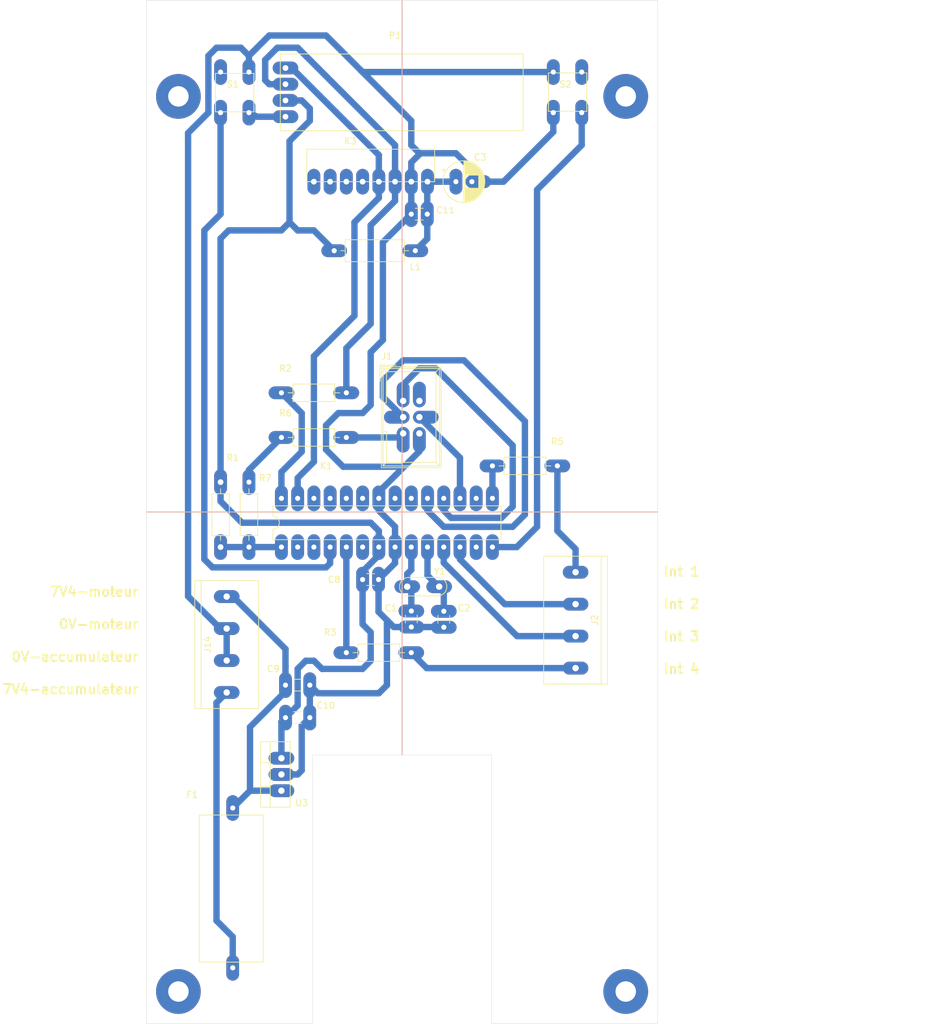
<source format=kicad_pcb>
(kicad_pcb (version 20171130) (host pcbnew "(5.1.2)-2")

  (general
    (thickness 1.6)
    (drawings 32)
    (tracks 219)
    (zones 0)
    (modules 37)
    (nets 36)
  )

  (page A4)
  (title_block
    (title "PCB robot self-balancing")
    (company ETML)
    (comment 1 "Théo Grivel")
  )

  (layers
    (0 F.Cu signal)
    (31 B.Cu signal)
    (32 B.Adhes user)
    (33 F.Adhes user)
    (34 B.Paste user)
    (35 F.Paste user)
    (36 B.SilkS user)
    (37 F.SilkS user)
    (38 B.Mask user)
    (39 F.Mask user)
    (40 Dwgs.User user)
    (41 Cmts.User user)
    (42 Eco1.User user)
    (43 Eco2.User user)
    (44 Edge.Cuts user)
    (45 Margin user)
    (46 B.CrtYd user)
    (47 F.CrtYd user)
    (48 B.Fab user)
    (49 F.Fab user)
  )

  (setup
    (last_trace_width 0.25)
    (user_trace_width 1)
    (user_trace_width 1.27)
    (user_trace_width 2.54)
    (trace_clearance 0.2)
    (zone_clearance 0.508)
    (zone_45_only no)
    (trace_min 1)
    (via_size 0.8)
    (via_drill 0.4)
    (via_min_size 0.4)
    (via_min_drill 0.3)
    (uvia_size 0.3)
    (uvia_drill 0.1)
    (uvias_allowed no)
    (uvia_min_size 0.2)
    (uvia_min_drill 0.1)
    (edge_width 0.05)
    (segment_width 0.2)
    (pcb_text_width 0.3)
    (pcb_text_size 1.5 1.5)
    (mod_edge_width 0.12)
    (mod_text_size 1 1)
    (mod_text_width 0.15)
    (pad_size 2 4)
    (pad_drill 1)
    (pad_to_mask_clearance 0.051)
    (solder_mask_min_width 0.25)
    (aux_axis_origin 50 185)
    (visible_elements 7FFFFFFF)
    (pcbplotparams
      (layerselection 0x01000_fffffffe)
      (usegerberextensions false)
      (usegerberattributes false)
      (usegerberadvancedattributes false)
      (creategerberjobfile false)
      (excludeedgelayer true)
      (linewidth 0.100000)
      (plotframeref false)
      (viasonmask false)
      (mode 1)
      (useauxorigin true)
      (hpglpennumber 1)
      (hpglpenspeed 20)
      (hpglpendiameter 15.000000)
      (psnegative false)
      (psa4output false)
      (plotreference true)
      (plotvalue true)
      (plotinvisibletext false)
      (padsonsilk false)
      (subtractmaskfromsilk false)
      (outputformat 1)
      (mirror false)
      (drillshape 0)
      (scaleselection 1)
      (outputdirectory "../../Gerber/"))
  )

  (net 0 "")
  (net 1 20Mhz_1)
  (net 2 GND)
  (net 3 20Mhz_2)
  (net 4 RESET)
  (net 5 D9-right_motor_backward)
  (net 6 "Net-(K1-Pad2)")
  (net 7 MOSI)
  (net 8 MISO)
  (net 9 D3-left_motor_forward)
  (net 10 SCK)
  (net 11 "Net-(K1-Pad6)")
  (net 12 "Net-(K1-Pad20)")
  (net 13 +5V)
  (net 14 "Net-(K1-Pad21)")
  (net 15 "Net-(K1-Pad23)")
  (net 16 "Net-(K1-Pad24)")
  (net 17 D5-left_motor_backward)
  (net 18 "Net-(K1-Pad25)")
  (net 19 D6-right_motor_forward)
  (net 20 "Net-(K1-Pad13)")
  (net 21 SDA)
  (net 22 SCL)
  (net 23 "Net-(C11-Pad1)")
  (net 24 D2-button_RESET)
  (net 25 D1-button_SET)
  (net 26 "Net-(K1-Pad26)")
  (net 27 +7V4_500mA)
  (net 28 "Net-(F1-Pad2)")
  (net 29 "Net-(J2-Pad8)")
  (net 30 "Net-(K1-Pad3)")
  (net 31 "Net-(K1-Pad16)")
  (net 32 "Net-(J2-Pad5)")
  (net 33 "Net-(R6-Pad2)")
  (net 34 "Net-(J1-Pad2)")
  (net 35 "Net-(J1-Pad5)")

  (net_class Default "Ceci est la Netclass par défaut."
    (clearance 0.2)
    (trace_width 0.25)
    (via_dia 0.8)
    (via_drill 0.4)
    (uvia_dia 0.3)
    (uvia_drill 0.1)
    (add_net +5V)
    (add_net +7V4_500mA)
    (add_net 20Mhz_1)
    (add_net 20Mhz_2)
    (add_net D1-button_SET)
    (add_net D2-button_RESET)
    (add_net D3-left_motor_forward)
    (add_net D5-left_motor_backward)
    (add_net D6-right_motor_forward)
    (add_net D9-right_motor_backward)
    (add_net GND)
    (add_net MISO)
    (add_net MOSI)
    (add_net "Net-(C11-Pad1)")
    (add_net "Net-(F1-Pad2)")
    (add_net "Net-(J1-Pad2)")
    (add_net "Net-(J1-Pad5)")
    (add_net "Net-(J2-Pad5)")
    (add_net "Net-(J2-Pad8)")
    (add_net "Net-(K1-Pad13)")
    (add_net "Net-(K1-Pad16)")
    (add_net "Net-(K1-Pad2)")
    (add_net "Net-(K1-Pad20)")
    (add_net "Net-(K1-Pad21)")
    (add_net "Net-(K1-Pad23)")
    (add_net "Net-(K1-Pad24)")
    (add_net "Net-(K1-Pad25)")
    (add_net "Net-(K1-Pad26)")
    (add_net "Net-(K1-Pad3)")
    (add_net "Net-(K1-Pad6)")
    (add_net "Net-(R6-Pad2)")
    (add_net RESET)
    (add_net SCK)
    (add_net SCL)
    (add_net SDA)
  )

  (module robot_self_balancing:TGL-NO_PRINT (layer F.Cu) (tedit 608FE6F0) (tstamp 60A79FD6)
    (at 171.57 40.56)
    (path /608074D5)
    (fp_text reference T1 (at 0 0.5) (layer Eco1.User)
      (effects (font (size 1 1) (thickness 0.15)))
    )
    (fp_text value L298N (at 0 -0.5) (layer Eco1.User)
      (effects (font (size 1 1) (thickness 0.15)))
    )
    (fp_line (start 2.5 2) (end -2.5 6) (layer Eco1.User) (width 0.12))
    (fp_circle (center 0 4) (end 2.236068 4) (layer Eco1.User) (width 0.12))
  )

  (module robot_self_balancing:TGL-NO_PRINT (layer F.Cu) (tedit 608FE6F0) (tstamp 60A79FD0)
    (at 171.57 33.02)
    (path /60983BBC)
    (fp_text reference S10 (at 0 0.5) (layer Eco1.User)
      (effects (font (size 1 1) (thickness 0.15)))
    )
    (fp_text value mainSwitch (at 0 -0.5) (layer Eco1.User)
      (effects (font (size 1 1) (thickness 0.15)))
    )
    (fp_line (start 2.5 2) (end -2.5 6) (layer Eco1.User) (width 0.12))
    (fp_circle (center 0 4) (end 2.236068 4) (layer Eco1.User) (width 0.12))
  )

  (module robot_self_balancing:TGL-NO_PRINT (layer F.Cu) (tedit 608FE6F0) (tstamp 60A79E8C)
    (at 165.45 40.56)
    (path /607E674F)
    (fp_text reference M2 (at 0 0.5) (layer Eco1.User)
      (effects (font (size 1 1) (thickness 0.15)))
    )
    (fp_text value Left (at 0 -0.5) (layer Eco1.User)
      (effects (font (size 1 1) (thickness 0.15)))
    )
    (fp_line (start 2.5 2) (end -2.5 6) (layer Eco1.User) (width 0.12))
    (fp_circle (center 0 4) (end 2.236068 4) (layer Eco1.User) (width 0.12))
  )

  (module robot_self_balancing:TGL-NO_PRINT (layer F.Cu) (tedit 608FE6F0) (tstamp 60A79E86)
    (at 159.33 40.56)
    (path /607E4EA1)
    (fp_text reference M1 (at 0 0.5) (layer Eco1.User)
      (effects (font (size 1 1) (thickness 0.15)))
    )
    (fp_text value Right (at 0 -0.5) (layer Eco1.User)
      (effects (font (size 1 1) (thickness 0.15)))
    )
    (fp_line (start 2.5 2) (end -2.5 6) (layer Eco1.User) (width 0.12))
    (fp_circle (center 0 4) (end 2.236068 4) (layer Eco1.User) (width 0.12))
  )

  (module robot_self_balancing:TGL-NO_PRINT (layer F.Cu) (tedit 608FE6F0) (tstamp 60A79DC4)
    (at 165.45 33.02)
    (path /6093A82B)
    (fp_text reference J13 (at 0 0.5) (layer Eco1.User)
      (effects (font (size 1 1) (thickness 0.15)))
    )
    (fp_text value "Regulator charge" (at 0 -0.5) (layer Eco1.User)
      (effects (font (size 1 1) (thickness 0.15)))
    )
    (fp_line (start 2.5 2) (end -2.5 6) (layer Eco1.User) (width 0.12))
    (fp_circle (center 0 4) (end 2.236068 4) (layer Eco1.User) (width 0.12))
  )

  (module robot_self_balancing:TGL-NO_PRINT (layer F.Cu) (tedit 608FE6F0) (tstamp 60A79DBE)
    (at 159.33 33.02)
    (path /6093C677)
    (fp_text reference J12 (at 0 0.5) (layer Eco1.User)
      (effects (font (size 1 1) (thickness 0.15)))
    )
    (fp_text value "Accu LiPo" (at 0 -0.5) (layer Eco1.User)
      (effects (font (size 1 1) (thickness 0.15)))
    )
    (fp_line (start 2.5 2) (end -2.5 6) (layer Eco1.User) (width 0.12))
    (fp_circle (center 0 4) (end 2.236068 4) (layer Eco1.User) (width 0.12))
  )

  (module robot_self_balancing:TGL-NO_PRINT (layer F.Cu) (tedit 608FE6F0) (tstamp 60A79DB8)
    (at 153.21 40.56)
    (path /6093CD1E)
    (fp_text reference J11 (at 0 0.5) (layer Eco1.User)
      (effects (font (size 1 1) (thickness 0.15)))
    )
    (fp_text value "Accu LiPo" (at 0 -0.5) (layer Eco1.User)
      (effects (font (size 1 1) (thickness 0.15)))
    )
    (fp_line (start 2.5 2) (end -2.5 6) (layer Eco1.User) (width 0.12))
    (fp_circle (center 0 4) (end 2.236068 4) (layer Eco1.User) (width 0.12))
  )

  (module robot_self_balancing:TGL-NO_PRINT (layer F.Cu) (tedit 608FE6F0) (tstamp 60A79CC8)
    (at 147.09 40.56)
    (path /6080F4E8)
    (fp_text reference C6 (at 0 0.5) (layer Eco1.User)
      (effects (font (size 1 1) (thickness 0.15)))
    )
    (fp_text value 100nF (at 0 -0.5) (layer Eco1.User)
      (effects (font (size 1 1) (thickness 0.15)))
    )
    (fp_line (start 2.5 2) (end -2.5 6) (layer Eco1.User) (width 0.12))
    (fp_circle (center 0 4) (end 2.236068 4) (layer Eco1.User) (width 0.12))
  )

  (module robot_self_balancing:TGL-NO_PRINT (layer F.Cu) (tedit 608FE6F0) (tstamp 60A79CC2)
    (at 153.21 33.02)
    (path /6080D5A6)
    (fp_text reference C5 (at 0 0.5) (layer Eco1.User)
      (effects (font (size 1 1) (thickness 0.15)))
    )
    (fp_text value 100nF (at 0 -0.5) (layer Eco1.User)
      (effects (font (size 1 1) (thickness 0.15)))
    )
    (fp_line (start 2.5 2) (end -2.5 6) (layer Eco1.User) (width 0.12))
    (fp_circle (center 0 4) (end 2.236068 4) (layer Eco1.User) (width 0.12))
  )

  (module robot_self_balancing:TGL-NO_PRINT (layer F.Cu) (tedit 608FE6F0) (tstamp 60A79B58)
    (at 147.09 33.02)
    (path /60822B55)
    (fp_text reference BT2 (at 0 0.5) (layer Eco1.User)
      (effects (font (size 1 1) (thickness 0.15)))
    )
    (fp_text value "LiPo 3V7" (at 0 -0.5) (layer Eco1.User)
      (effects (font (size 1 1) (thickness 0.15)))
    )
    (fp_line (start 2.5 2) (end -2.5 6) (layer Eco1.User) (width 0.12))
    (fp_circle (center 0 4) (end 2.236068 4) (layer Eco1.User) (width 0.12))
  )

  (module robot_self_balancing:TGL-NO_PRINT (layer F.Cu) (tedit 608FE6F0) (tstamp 60A79B52)
    (at 140.97 40.56)
    (path /608253B5)
    (fp_text reference BT1 (at 0 0.5) (layer Eco1.User)
      (effects (font (size 1 1) (thickness 0.15)))
    )
    (fp_text value "LiPo 3V7" (at 0 -0.5) (layer Eco1.User)
      (effects (font (size 1 1) (thickness 0.15)))
    )
    (fp_line (start 2.5 2) (end -2.5 6) (layer Eco1.User) (width 0.12))
    (fp_circle (center 0 4) (end 2.236068 4) (layer Eco1.User) (width 0.12))
  )

  (module robot_self_balancing:TGL-NO_PRINT (layer F.Cu) (tedit 608FE6F0) (tstamp 60A79B4C)
    (at 140.97 33.02)
    (path /607F55B5)
    (fp_text reference 7V4 (at 0 0.5) (layer Eco1.User)
      (effects (font (size 1 1) (thickness 0.15)))
    )
    (fp_text value +7V4 (at 0 -0.5) (layer Eco1.User)
      (effects (font (size 1 1) (thickness 0.15)))
    )
    (fp_line (start 2.5 2) (end -2.5 6) (layer Eco1.User) (width 0.12))
    (fp_circle (center 0 4) (end 2.236068 4) (layer Eco1.User) (width 0.12))
  )

  (module robot_self_balancing:TGL-OLED_Screen (layer F.Cu) (tedit 607ED143) (tstamp 6086BC11)
    (at 67.945 39.37 90)
    (path /608002E0)
    (fp_text reference P1 (at 8.89 20.955 180) (layer F.SilkS)
      (effects (font (size 1 1) (thickness 0.15)))
    )
    (fp_text value OLED_Screen (at 6.985 20.955 180) (layer F.Fab)
      (effects (font (size 1 1) (thickness 0.15)))
    )
    (fp_line (start -6 41) (end -6 3) (layer F.SilkS) (width 0.12))
    (fp_line (start 6 41) (end -6 41) (layer F.SilkS) (width 0.12))
    (fp_line (start 6 3) (end 6 41) (layer F.SilkS) (width 0.12))
    (fp_line (start -6 3) (end 6 3) (layer F.SilkS) (width 0.12))
    (pad 1 thru_hole oval (at -3.81 3.81 90) (size 2 4) (drill 0.9) (layers *.Cu *.Mask)
      (net 2 GND))
    (pad 2 thru_hole oval (at -1.27 3.81 90) (size 2 4) (drill 0.9) (layers *.Cu *.Mask)
      (net 13 +5V))
    (pad 4 thru_hole oval (at 3.81 3.81 90) (size 2 4) (drill 0.9) (layers *.Cu *.Mask)
      (net 21 SDA))
    (pad 3 thru_hole oval (at 1.27 3.81 90) (size 2 4) (drill 0.9) (layers *.Cu *.Mask)
      (net 22 SCL))
  )

  (module robot_self_balancing:TGL-Fuse (layer F.Cu) (tedit 60827B62) (tstamp 60A61FAE)
    (at 72.39 163.195 270)
    (path /60842831)
    (fp_text reference F1 (at -13.97 15.24 180) (layer F.SilkS)
      (effects (font (size 1 1) (thickness 0.15)))
    )
    (fp_text value 630mA (at -12.065 15.24 180) (layer F.Fab)
      (effects (font (size 1 1) (thickness 0.15)))
    )
    (fp_line (start -10.795 14.125) (end -10.795 4.125) (layer F.SilkS) (width 0.12))
    (fp_line (start -10.795 14.125) (end 12.205 14.125) (layer F.SilkS) (width 0.12))
    (fp_line (start -10.795 4.125) (end 12.205 4.125) (layer F.SilkS) (width 0.12))
    (fp_line (start 12.205 14.125) (end 12.205 4.125) (layer F.SilkS) (width 0.12))
    (pad 2 thru_hole oval (at 13.1 8.89 270) (size 4 2) (drill 0.8) (layers *.Cu *.Mask)
      (net 28 "Net-(F1-Pad2)"))
    (pad 1 thru_hole oval (at -11.9 8.89 270) (size 4 2) (drill 0.8) (layers *.Cu *.Mask)
      (net 27 +7V4_500mA))
  )

  (module robot_self_balancing:TGL-C_12pF (layer F.Cu) (tedit 608283CE) (tstamp 6086C16C)
    (at 72.39 137.16)
    (descr "C, Disc series, Radial, pin pitch=2.50mm, , diameter*width=3.0*1.6mm^2, Capacitor, http://www.vishay.com/docs/45233/krseries.pdf")
    (tags "C Disc series Radial pin pitch 2.50mm  diameter 3.0mm width 1.6mm Capacitor")
    (path /607FFB85)
    (fp_text reference C10 (at 5.675 -1.905) (layer F.SilkS)
      (effects (font (size 1 1) (thickness 0.15)))
    )
    (fp_text value 100nF (at 6.985 0) (layer F.Fab)
      (effects (font (size 1 1) (thickness 0.15)))
    )
    (fp_line (start 3.55 -1.05) (end -1.05 -1.05) (layer F.CrtYd) (width 0.05))
    (fp_line (start 3.55 1.05) (end 3.55 -1.05) (layer F.CrtYd) (width 0.05))
    (fp_line (start -1.05 1.05) (end 3.55 1.05) (layer F.CrtYd) (width 0.05))
    (fp_line (start -1.05 -1.05) (end -1.05 1.05) (layer F.CrtYd) (width 0.05))
    (fp_line (start 0.621 0.92) (end 1.879 0.92) (layer F.SilkS) (width 0.12))
    (fp_line (start 0.621 -0.92) (end 1.879 -0.92) (layer F.SilkS) (width 0.12))
    (fp_line (start 2.75 -0.8) (end -0.25 -0.8) (layer F.Fab) (width 0.1))
    (fp_line (start 2.75 0.8) (end 2.75 -0.8) (layer F.Fab) (width 0.1))
    (fp_line (start -0.25 0.8) (end 2.75 0.8) (layer F.Fab) (width 0.1))
    (fp_line (start -0.25 -0.8) (end -0.25 0.8) (layer F.Fab) (width 0.1))
    (pad 2 thru_hole oval (at 3.175 0) (size 2 4) (drill 0.8) (layers *.Cu *.Mask)
      (net 2 GND))
    (pad 1 thru_hole oval (at -0.635 0) (size 2 4) (drill 0.8) (layers *.Cu *.Mask)
      (net 13 +5V))
    (model ${KISYS3DMOD}/Capacitor_THT.3dshapes/C_Disc_D3.0mm_W1.6mm_P2.50mm.wrl
      (at (xyz 0 0 0))
      (scale (xyz 1 1 1))
      (rotate (xyz 0 0 0))
    )
  )

  (module Package_TO_SOT_THT:TO-220-3_Vertical (layer F.Cu) (tedit 608BB585) (tstamp 607ED192)
    (at 71.12 148.59 90)
    (descr "TO-220-3, Vertical, RM 2.54mm, see https://www.vishay.com/docs/66542/to-220-1.pdf")
    (tags "TO-220-3 Vertical RM 2.54mm")
    (path /607FCED1)
    (fp_text reference U3 (at -1.905 3.175) (layer F.SilkS)
      (effects (font (size 1 1) (thickness 0.15)))
    )
    (fp_text value 78M05CT (at -3.81 1.27 180) (layer F.Fab)
      (effects (font (size 1 1) (thickness 0.15)))
    )
    (fp_line (start -2.46 -3.15) (end -2.46 1.25) (layer F.Fab) (width 0.1))
    (fp_line (start -2.46 1.25) (end 7.54 1.25) (layer F.Fab) (width 0.1))
    (fp_line (start 7.54 1.25) (end 7.54 -3.15) (layer F.Fab) (width 0.1))
    (fp_line (start 7.54 -3.15) (end -2.46 -3.15) (layer F.Fab) (width 0.1))
    (fp_line (start -2.46 -1.88) (end 7.54 -1.88) (layer F.Fab) (width 0.1))
    (fp_line (start 0.69 -3.15) (end 0.69 -1.88) (layer F.Fab) (width 0.1))
    (fp_line (start 4.39 -3.15) (end 4.39 -1.88) (layer F.Fab) (width 0.1))
    (fp_line (start -2.58 -3.27) (end 7.66 -3.27) (layer F.SilkS) (width 0.12))
    (fp_line (start -2.58 1.371) (end 7.66 1.371) (layer F.SilkS) (width 0.12))
    (fp_line (start -2.58 -3.27) (end -2.58 1.371) (layer F.SilkS) (width 0.12))
    (fp_line (start 7.66 -3.27) (end 7.66 1.371) (layer F.SilkS) (width 0.12))
    (fp_line (start -2.58 -1.76) (end 7.66 -1.76) (layer F.SilkS) (width 0.12))
    (fp_line (start 0.69 -3.27) (end 0.69 -1.76) (layer F.SilkS) (width 0.12))
    (fp_line (start 4.391 -3.27) (end 4.391 -1.76) (layer F.SilkS) (width 0.12))
    (fp_line (start -2.71 -3.4) (end -2.71 1.51) (layer F.CrtYd) (width 0.05))
    (fp_line (start -2.71 1.51) (end 7.79 1.51) (layer F.CrtYd) (width 0.05))
    (fp_line (start 7.79 1.51) (end 7.79 -3.4) (layer F.CrtYd) (width 0.05))
    (fp_line (start 7.79 -3.4) (end -2.71 -3.4) (layer F.CrtYd) (width 0.05))
    (pad 1 thru_hole oval (at 0 0 90) (size 2 4) (drill 1) (layers *.Cu *.Mask)
      (net 27 +7V4_500mA))
    (pad 2 thru_hole oval (at 2.54 0 90) (size 2 4) (drill 1) (layers *.Cu *.Mask)
      (net 2 GND))
    (pad 3 thru_hole oval (at 5.08 0 90) (size 2 4) (drill 1) (layers *.Cu *.Mask)
      (net 13 +5V))
    (model ${KISYS3DMOD}/Package_TO_SOT_THT.3dshapes/TO-220-3_Vertical.wrl
      (at (xyz 0 0 0))
      (scale (xyz 1 1 1))
      (rotate (xyz 0 0 0))
    )
  )

  (module robot_self_balancing:TGL-Bornier4Pins_mm (layer F.Cu) (tedit 6086C093) (tstamp 6086C0FD)
    (at 59.055 125.73 90)
    (path /608AA5D7)
    (fp_text reference J14 (at 0 0.5 90) (layer F.SilkS)
      (effects (font (size 1 1) (thickness 0.15)))
    )
    (fp_text value "Power bornier" (at 0 -1.27 90) (layer F.Fab)
      (effects (font (size 1 1) (thickness 0.15)))
    )
    (fp_line (start -10 -0.5) (end 10 -0.5) (layer F.SilkS) (width 0.12))
    (fp_line (start -10 8.5) (end 10 8.5) (layer F.SilkS) (width 0.12))
    (fp_line (start -10 -1.5) (end -10 8.5) (layer F.SilkS) (width 0.12))
    (fp_line (start 10 -1.5) (end -10 -1.5) (layer F.SilkS) (width 0.12))
    (fp_line (start 10 -1.5) (end 10 8.5) (layer F.SilkS) (width 0.12))
    (pad 8 thru_hole oval (at 7.5 3.5 270) (size 2 4) (drill 1) (layers *.Cu *.Mask)
      (net 27 +7V4_500mA))
    (pad 7 thru_hole oval (at 2.5 3.5 90) (size 2 4) (drill 1) (layers *.Cu *.Mask)
      (net 2 GND))
    (pad 6 thru_hole oval (at -2.5 3.5 90) (size 2 4) (drill 1) (layers *.Cu *.Mask)
      (net 2 GND))
    (pad 5 thru_hole oval (at -7.5 3.5 90) (size 2 4) (drill 1) (layers *.Cu *.Mask)
      (net 28 "Net-(F1-Pad2)"))
  )

  (module robot_self_balancing:TGL-Bornier4Pins_mm (layer F.Cu) (tedit 6082D21F) (tstamp 6081F49E)
    (at 120.65 121.92 270)
    (path /6090C2E3)
    (fp_text reference J2 (at 0 0.5 90) (layer F.SilkS)
      (effects (font (size 1 1) (thickness 0.15)))
    )
    (fp_text value "motor command" (at 0 -1.27 90) (layer F.Fab)
      (effects (font (size 1 1) (thickness 0.15)))
    )
    (fp_line (start -10 -0.5) (end 10 -0.5) (layer F.SilkS) (width 0.12))
    (fp_line (start -10 8.5) (end 10 8.5) (layer F.SilkS) (width 0.12))
    (fp_line (start -10 -1.5) (end -10 8.5) (layer F.SilkS) (width 0.12))
    (fp_line (start 10 -1.5) (end -10 -1.5) (layer F.SilkS) (width 0.12))
    (fp_line (start 10 -1.5) (end 10 8.5) (layer F.SilkS) (width 0.12))
    (pad 8 thru_hole oval (at 7.5 3.5 90) (size 2 4) (drill 1) (layers *.Cu *.Mask)
      (net 29 "Net-(J2-Pad8)"))
    (pad 7 thru_hole oval (at 2.5 3.5 270) (size 2 4) (drill 1) (layers *.Cu *.Mask)
      (net 17 D5-left_motor_backward))
    (pad 6 thru_hole oval (at -2.5 3.5 270) (size 2 4) (drill 1) (layers *.Cu *.Mask)
      (net 19 D6-right_motor_forward))
    (pad 5 thru_hole oval (at -7.5 3.5 270) (size 2 4) (drill 1) (layers *.Cu *.Mask)
      (net 32 "Net-(J2-Pad5)"))
  )

  (module robot_self_balancing:TGL_R (layer F.Cu) (tedit 607EC664) (tstamp 60836E79)
    (at 66.04 100.33 270)
    (descr "Resistor, Axial_DIN0207 series, Axial, Horizontal, pin pitch=10.16mm, 0.25W = 1/4W, length*diameter=6.3*2.5mm^2, http://cdn-reichelt.de/documents/datenblatt/B400/1_4W%23YAG.pdf")
    (tags "Resistor Axial_DIN0207 series Axial Horizontal pin pitch 10.16mm 0.25W = 1/4W length 6.3mm diameter 2.5mm")
    (path /609930BA)
    (fp_text reference R7 (at -0.635 -2.54 180) (layer F.SilkS)
      (effects (font (size 1 1) (thickness 0.15)))
    )
    (fp_text value 0Ω (at 0.635 -2.54 180) (layer F.Fab)
      (effects (font (size 1 1) (thickness 0.15)))
    )
    (fp_line (start 11.21 -1.5) (end -1.05 -1.5) (layer F.CrtYd) (width 0.05))
    (fp_line (start 11.21 1.5) (end 11.21 -1.5) (layer F.CrtYd) (width 0.05))
    (fp_line (start -1.05 1.5) (end 11.21 1.5) (layer F.CrtYd) (width 0.05))
    (fp_line (start -1.05 -1.5) (end -1.05 1.5) (layer F.CrtYd) (width 0.05))
    (fp_line (start 9.12 0) (end 8.35 0) (layer F.SilkS) (width 0.12))
    (fp_line (start 1.04 0) (end 1.81 0) (layer F.SilkS) (width 0.12))
    (fp_line (start 8.35 -1.37) (end 1.81 -1.37) (layer F.SilkS) (width 0.12))
    (fp_line (start 8.35 1.37) (end 8.35 -1.37) (layer F.SilkS) (width 0.12))
    (fp_line (start 1.81 1.37) (end 8.35 1.37) (layer F.SilkS) (width 0.12))
    (fp_line (start 1.81 -1.37) (end 1.81 1.37) (layer F.SilkS) (width 0.12))
    (fp_line (start 10.16 0) (end 8.23 0) (layer F.Fab) (width 0.1))
    (fp_line (start 0 0) (end 1.93 0) (layer F.Fab) (width 0.1))
    (fp_line (start 8.23 -1.25) (end 1.93 -1.25) (layer F.Fab) (width 0.1))
    (fp_line (start 8.23 1.25) (end 8.23 -1.25) (layer F.Fab) (width 0.1))
    (fp_line (start 1.93 1.25) (end 8.23 1.25) (layer F.Fab) (width 0.1))
    (fp_line (start 1.93 -1.25) (end 1.93 1.25) (layer F.Fab) (width 0.1))
    (pad 2 thru_hole oval (at 10.16 0 270) (size 4 2) (drill 0.8) (layers *.Cu *.Mask)
      (net 4 RESET))
    (pad 1 thru_hole oval (at 0 0 270) (size 4 2) (drill 0.8) (layers *.Cu *.Mask)
      (net 33 "Net-(R6-Pad2)"))
    (model ${KISYS3DMOD}/Resistor_THT.3dshapes/R_Axial_DIN0207_L6.3mm_D2.5mm_P10.16mm_Horizontal.wrl
      (at (xyz 0 0 0))
      (scale (xyz 1 1 1))
      (rotate (xyz 0 0 0))
    )
  )

  (module robot_self_balancing:TGL-C_12pF (layer F.Cu) (tedit 608283CE) (tstamp 6086C199)
    (at 74.93 132.08 180)
    (descr "C, Disc series, Radial, pin pitch=2.50mm, , diameter*width=3.0*1.6mm^2, Capacitor, http://www.vishay.com/docs/45233/krseries.pdf")
    (tags "C Disc series Radial pin pitch 2.50mm  diameter 3.0mm width 1.6mm Capacitor")
    (path /607FEC3B)
    (fp_text reference C9 (at 5.08 2.54) (layer F.SilkS)
      (effects (font (size 1 1) (thickness 0.15)))
    )
    (fp_text value 100nF (at 6.985 0.635) (layer F.Fab)
      (effects (font (size 1 1) (thickness 0.15)))
    )
    (fp_line (start 3.55 -1.05) (end -1.05 -1.05) (layer F.CrtYd) (width 0.05))
    (fp_line (start 3.55 1.05) (end 3.55 -1.05) (layer F.CrtYd) (width 0.05))
    (fp_line (start -1.05 1.05) (end 3.55 1.05) (layer F.CrtYd) (width 0.05))
    (fp_line (start -1.05 -1.05) (end -1.05 1.05) (layer F.CrtYd) (width 0.05))
    (fp_line (start 0.621 0.92) (end 1.879 0.92) (layer F.SilkS) (width 0.12))
    (fp_line (start 0.621 -0.92) (end 1.879 -0.92) (layer F.SilkS) (width 0.12))
    (fp_line (start 2.75 -0.8) (end -0.25 -0.8) (layer F.Fab) (width 0.1))
    (fp_line (start 2.75 0.8) (end 2.75 -0.8) (layer F.Fab) (width 0.1))
    (fp_line (start -0.25 0.8) (end 2.75 0.8) (layer F.Fab) (width 0.1))
    (fp_line (start -0.25 -0.8) (end -0.25 0.8) (layer F.Fab) (width 0.1))
    (pad 2 thru_hole oval (at 3.175 0 180) (size 2 4) (drill 0.8) (layers *.Cu *.Mask)
      (net 27 +7V4_500mA))
    (pad 1 thru_hole oval (at -0.635 0 180) (size 2 4) (drill 0.8) (layers *.Cu *.Mask)
      (net 2 GND))
    (model ${KISYS3DMOD}/Capacitor_THT.3dshapes/C_Disc_D3.0mm_W1.6mm_P2.50mm.wrl
      (at (xyz 0 0 0))
      (scale (xyz 1 1 1))
      (rotate (xyz 0 0 0))
    )
  )

  (module robot_self_balancing:TGL-Push_Button (layer F.Cu) (tedit 608279A3) (tstamp 60832174)
    (at 111.125 39.37 90)
    (path /607F39F7)
    (fp_text reference S2 (at 1.27 4.445 180) (layer F.SilkS)
      (effects (font (size 1 1) (thickness 0.15)))
    )
    (fp_text value Set (at 0 4.445 180) (layer F.Fab)
      (effects (font (size 1 1) (thickness 0.15)))
    )
    (fp_line (start 3.0366 1.7808) (end -2.9634 1.7808) (layer F.SilkS) (width 0.12))
    (fp_line (start 3.0366 7.7808) (end 3.0366 1.7808) (layer F.SilkS) (width 0.12))
    (fp_line (start -2.9634 7.7808) (end 3.0366 7.7808) (layer F.SilkS) (width 0.12))
    (fp_line (start -2.9634 1.7808) (end -2.9634 7.7808) (layer F.SilkS) (width 0.12))
    (pad 1 thru_hole oval (at 3.175 2.54 90) (size 4 2) (drill 0.8) (layers *.Cu *.Mask)
      (net 2 GND))
    (pad 2 thru_hole oval (at 3.175 6.985 90) (size 4 2) (drill 0.8) (layers *.Cu *.Mask)
      (net 25 D1-button_SET))
    (pad 2 thru_hole oval (at -3.175 6.985 90) (size 4 2) (drill 0.8) (layers *.Cu *.Mask)
      (net 25 D1-button_SET))
    (pad 1 thru_hole oval (at -3.175 2.54 90) (size 4 2) (drill 0.8) (layers *.Cu *.Mask)
      (net 2 GND))
  )

  (module robot_self_balancing:TGL-Push_Button (layer F.Cu) (tedit 608279A3) (tstamp 60820005)
    (at 68.58 39.37 270)
    (path /607F31F0)
    (fp_text reference S1 (at -1.27 5.08 180) (layer F.SilkS)
      (effects (font (size 1 1) (thickness 0.15)))
    )
    (fp_text value Reset (at 0 4.445 180) (layer F.Fab)
      (effects (font (size 1 1) (thickness 0.15)))
    )
    (fp_line (start 3.0366 1.7808) (end -2.9634 1.7808) (layer F.SilkS) (width 0.12))
    (fp_line (start 3.0366 7.7808) (end 3.0366 1.7808) (layer F.SilkS) (width 0.12))
    (fp_line (start -2.9634 7.7808) (end 3.0366 7.7808) (layer F.SilkS) (width 0.12))
    (fp_line (start -2.9634 1.7808) (end -2.9634 7.7808) (layer F.SilkS) (width 0.12))
    (pad 1 thru_hole oval (at 3.175 2.54 270) (size 4 2) (drill 0.8) (layers *.Cu *.Mask)
      (net 2 GND))
    (pad 2 thru_hole oval (at 3.175 6.985 270) (size 4 2) (drill 0.8) (layers *.Cu *.Mask)
      (net 24 D2-button_RESET))
    (pad 2 thru_hole oval (at -3.175 6.985 270) (size 4 2) (drill 0.8) (layers *.Cu *.Mask)
      (net 24 D2-button_RESET))
    (pad 1 thru_hole oval (at -3.175 2.54 270) (size 4 2) (drill 0.8) (layers *.Cu *.Mask)
      (net 2 GND))
  )

  (module robot_self_balancing:TGL_R (layer F.Cu) (tedit 607EC664) (tstamp 6082A41D)
    (at 81.28 93.345 180)
    (descr "Resistor, Axial_DIN0207 series, Axial, Horizontal, pin pitch=10.16mm, 0.25W = 1/4W, length*diameter=6.3*2.5mm^2, http://cdn-reichelt.de/documents/datenblatt/B400/1_4W%23YAG.pdf")
    (tags "Resistor Axial_DIN0207 series Axial Horizontal pin pitch 10.16mm 0.25W = 1/4W length 6.3mm diameter 2.5mm")
    (path /6086C694)
    (fp_text reference R6 (at 9.525 3.81) (layer F.SilkS)
      (effects (font (size 1 1) (thickness 0.15)))
    )
    (fp_text value 0Ω (at 9.525 2.37) (layer F.Fab)
      (effects (font (size 1 1) (thickness 0.15)))
    )
    (fp_line (start 11.21 -1.5) (end -1.05 -1.5) (layer F.CrtYd) (width 0.05))
    (fp_line (start 11.21 1.5) (end 11.21 -1.5) (layer F.CrtYd) (width 0.05))
    (fp_line (start -1.05 1.5) (end 11.21 1.5) (layer F.CrtYd) (width 0.05))
    (fp_line (start -1.05 -1.5) (end -1.05 1.5) (layer F.CrtYd) (width 0.05))
    (fp_line (start 9.12 0) (end 8.35 0) (layer F.SilkS) (width 0.12))
    (fp_line (start 1.04 0) (end 1.81 0) (layer F.SilkS) (width 0.12))
    (fp_line (start 8.35 -1.37) (end 1.81 -1.37) (layer F.SilkS) (width 0.12))
    (fp_line (start 8.35 1.37) (end 8.35 -1.37) (layer F.SilkS) (width 0.12))
    (fp_line (start 1.81 1.37) (end 8.35 1.37) (layer F.SilkS) (width 0.12))
    (fp_line (start 1.81 -1.37) (end 1.81 1.37) (layer F.SilkS) (width 0.12))
    (fp_line (start 10.16 0) (end 8.23 0) (layer F.Fab) (width 0.1))
    (fp_line (start 0 0) (end 1.93 0) (layer F.Fab) (width 0.1))
    (fp_line (start 8.23 -1.25) (end 1.93 -1.25) (layer F.Fab) (width 0.1))
    (fp_line (start 8.23 1.25) (end 8.23 -1.25) (layer F.Fab) (width 0.1))
    (fp_line (start 1.93 1.25) (end 8.23 1.25) (layer F.Fab) (width 0.1))
    (fp_line (start 1.93 -1.25) (end 1.93 1.25) (layer F.Fab) (width 0.1))
    (pad 2 thru_hole oval (at 10.16 0 180) (size 4 2) (drill 0.8) (layers *.Cu *.Mask)
      (net 33 "Net-(R6-Pad2)"))
    (pad 1 thru_hole oval (at 0 0 180) (size 4 2) (drill 0.8) (layers *.Cu *.Mask)
      (net 35 "Net-(J1-Pad5)"))
    (model ${KISYS3DMOD}/Resistor_THT.3dshapes/R_Axial_DIN0207_L6.3mm_D2.5mm_P10.16mm_Horizontal.wrl
      (at (xyz 0 0 0))
      (scale (xyz 1 1 1))
      (rotate (xyz 0 0 0))
    )
  )

  (module robot_self_balancing:TGL_R (layer F.Cu) (tedit 607EC664) (tstamp 60829A13)
    (at 104.14 97.79)
    (descr "Resistor, Axial_DIN0207 series, Axial, Horizontal, pin pitch=10.16mm, 0.25W = 1/4W, length*diameter=6.3*2.5mm^2, http://cdn-reichelt.de/documents/datenblatt/B400/1_4W%23YAG.pdf")
    (tags "Resistor Axial_DIN0207 series Axial Horizontal pin pitch 10.16mm 0.25W = 1/4W length 6.3mm diameter 2.5mm")
    (path /6086802F)
    (fp_text reference R5 (at 10.16 -3.81) (layer F.SilkS)
      (effects (font (size 1 1) (thickness 0.15)))
    )
    (fp_text value 0Ω (at 10.16 -2.54) (layer F.Fab)
      (effects (font (size 1 1) (thickness 0.15)))
    )
    (fp_line (start 11.21 -1.5) (end -1.05 -1.5) (layer F.CrtYd) (width 0.05))
    (fp_line (start 11.21 1.5) (end 11.21 -1.5) (layer F.CrtYd) (width 0.05))
    (fp_line (start -1.05 1.5) (end 11.21 1.5) (layer F.CrtYd) (width 0.05))
    (fp_line (start -1.05 -1.5) (end -1.05 1.5) (layer F.CrtYd) (width 0.05))
    (fp_line (start 9.12 0) (end 8.35 0) (layer F.SilkS) (width 0.12))
    (fp_line (start 1.04 0) (end 1.81 0) (layer F.SilkS) (width 0.12))
    (fp_line (start 8.35 -1.37) (end 1.81 -1.37) (layer F.SilkS) (width 0.12))
    (fp_line (start 8.35 1.37) (end 8.35 -1.37) (layer F.SilkS) (width 0.12))
    (fp_line (start 1.81 1.37) (end 8.35 1.37) (layer F.SilkS) (width 0.12))
    (fp_line (start 1.81 -1.37) (end 1.81 1.37) (layer F.SilkS) (width 0.12))
    (fp_line (start 10.16 0) (end 8.23 0) (layer F.Fab) (width 0.1))
    (fp_line (start 0 0) (end 1.93 0) (layer F.Fab) (width 0.1))
    (fp_line (start 8.23 -1.25) (end 1.93 -1.25) (layer F.Fab) (width 0.1))
    (fp_line (start 8.23 1.25) (end 8.23 -1.25) (layer F.Fab) (width 0.1))
    (fp_line (start 1.93 1.25) (end 8.23 1.25) (layer F.Fab) (width 0.1))
    (fp_line (start 1.93 -1.25) (end 1.93 1.25) (layer F.Fab) (width 0.1))
    (pad 2 thru_hole oval (at 10.16 0) (size 4 2) (drill 0.8) (layers *.Cu *.Mask)
      (net 32 "Net-(J2-Pad5)"))
    (pad 1 thru_hole oval (at 0 0) (size 4 2) (drill 0.8) (layers *.Cu *.Mask)
      (net 5 D9-right_motor_backward))
    (model ${KISYS3DMOD}/Resistor_THT.3dshapes/R_Axial_DIN0207_L6.3mm_D2.5mm_P10.16mm_Horizontal.wrl
      (at (xyz 0 0 0))
      (scale (xyz 1 1 1))
      (rotate (xyz 0 0 0))
    )
  )

  (module robot_self_balancing:TGL_R (layer F.Cu) (tedit 608BB4DA) (tstamp 6086CD07)
    (at 91.44 127 180)
    (descr "Resistor, Axial_DIN0207 series, Axial, Horizontal, pin pitch=10.16mm, 0.25W = 1/4W, length*diameter=6.3*2.5mm^2, http://cdn-reichelt.de/documents/datenblatt/B400/1_4W%23YAG.pdf")
    (tags "Resistor Axial_DIN0207 series Axial Horizontal pin pitch 10.16mm 0.25W = 1/4W length 6.3mm diameter 2.5mm")
    (path /609ABF0D)
    (fp_text reference R3 (at 12.7 3.175) (layer F.SilkS)
      (effects (font (size 1 1) (thickness 0.15)))
    )
    (fp_text value 0Ω (at 12.7 1.905) (layer F.Fab)
      (effects (font (size 1 1) (thickness 0.15)))
    )
    (fp_line (start 11.21 -1.5) (end -1.05 -1.5) (layer F.CrtYd) (width 0.05))
    (fp_line (start 11.21 1.5) (end 11.21 -1.5) (layer F.CrtYd) (width 0.05))
    (fp_line (start -1.05 1.5) (end 11.21 1.5) (layer F.CrtYd) (width 0.05))
    (fp_line (start -1.05 -1.5) (end -1.05 1.5) (layer F.CrtYd) (width 0.05))
    (fp_line (start 9.12 0) (end 8.35 0) (layer F.SilkS) (width 0.12))
    (fp_line (start 1.04 0) (end 1.81 0) (layer F.SilkS) (width 0.12))
    (fp_line (start 8.35 -1.37) (end 1.81 -1.37) (layer F.SilkS) (width 0.12))
    (fp_line (start 8.35 1.37) (end 8.35 -1.37) (layer F.SilkS) (width 0.12))
    (fp_line (start 1.81 1.37) (end 8.35 1.37) (layer F.SilkS) (width 0.12))
    (fp_line (start 1.81 -1.37) (end 1.81 1.37) (layer F.SilkS) (width 0.12))
    (fp_line (start 10.16 0) (end 8.23 0) (layer F.Fab) (width 0.1))
    (fp_line (start 0 0) (end 1.93 0) (layer F.Fab) (width 0.1))
    (fp_line (start 8.23 -1.25) (end 1.93 -1.25) (layer F.Fab) (width 0.1))
    (fp_line (start 8.23 1.25) (end 8.23 -1.25) (layer F.Fab) (width 0.1))
    (fp_line (start 1.93 1.25) (end 8.23 1.25) (layer F.Fab) (width 0.1))
    (fp_line (start 1.93 -1.25) (end 1.93 1.25) (layer F.Fab) (width 0.1))
    (pad 2 thru_hole oval (at 10.16 0 180) (size 4 2) (drill 0.8) (layers *.Cu *.Mask)
      (net 9 D3-left_motor_forward))
    (pad 1 thru_hole oval (at 0 0 180) (size 4 2) (drill 0.8) (layers *.Cu *.Mask)
      (net 29 "Net-(J2-Pad8)"))
    (model ${KISYS3DMOD}/Resistor_THT.3dshapes/R_Axial_DIN0207_L6.3mm_D2.5mm_P10.16mm_Horizontal.wrl
      (at (xyz 0 0 0))
      (scale (xyz 1 1 1))
      (rotate (xyz 0 0 0))
    )
  )

  (module robot_self_balancing:TGL_R (layer F.Cu) (tedit 607EC664) (tstamp 60825F0D)
    (at 81.28 86.36 180)
    (descr "Resistor, Axial_DIN0207 series, Axial, Horizontal, pin pitch=10.16mm, 0.25W = 1/4W, length*diameter=6.3*2.5mm^2, http://cdn-reichelt.de/documents/datenblatt/B400/1_4W%23YAG.pdf")
    (tags "Resistor Axial_DIN0207 series Axial Horizontal pin pitch 10.16mm 0.25W = 1/4W length 6.3mm diameter 2.5mm")
    (path /609A442D)
    (fp_text reference R2 (at 9.525 3.81) (layer F.SilkS)
      (effects (font (size 1 1) (thickness 0.15)))
    )
    (fp_text value 0Ω (at 9.525 2.37) (layer F.Fab)
      (effects (font (size 1 1) (thickness 0.15)))
    )
    (fp_line (start 11.21 -1.5) (end -1.05 -1.5) (layer F.CrtYd) (width 0.05))
    (fp_line (start 11.21 1.5) (end 11.21 -1.5) (layer F.CrtYd) (width 0.05))
    (fp_line (start -1.05 1.5) (end 11.21 1.5) (layer F.CrtYd) (width 0.05))
    (fp_line (start -1.05 -1.5) (end -1.05 1.5) (layer F.CrtYd) (width 0.05))
    (fp_line (start 9.12 0) (end 8.35 0) (layer F.SilkS) (width 0.12))
    (fp_line (start 1.04 0) (end 1.81 0) (layer F.SilkS) (width 0.12))
    (fp_line (start 8.35 -1.37) (end 1.81 -1.37) (layer F.SilkS) (width 0.12))
    (fp_line (start 8.35 1.37) (end 8.35 -1.37) (layer F.SilkS) (width 0.12))
    (fp_line (start 1.81 1.37) (end 8.35 1.37) (layer F.SilkS) (width 0.12))
    (fp_line (start 1.81 -1.37) (end 1.81 1.37) (layer F.SilkS) (width 0.12))
    (fp_line (start 10.16 0) (end 8.23 0) (layer F.Fab) (width 0.1))
    (fp_line (start 0 0) (end 1.93 0) (layer F.Fab) (width 0.1))
    (fp_line (start 8.23 -1.25) (end 1.93 -1.25) (layer F.Fab) (width 0.1))
    (fp_line (start 8.23 1.25) (end 8.23 -1.25) (layer F.Fab) (width 0.1))
    (fp_line (start 1.93 1.25) (end 8.23 1.25) (layer F.Fab) (width 0.1))
    (fp_line (start 1.93 -1.25) (end 1.93 1.25) (layer F.Fab) (width 0.1))
    (pad 2 thru_hole oval (at 10.16 0 180) (size 4 2) (drill 0.8) (layers *.Cu *.Mask)
      (net 22 SCL))
    (pad 1 thru_hole oval (at 0 0 180) (size 4 2) (drill 0.8) (layers *.Cu *.Mask)
      (net 22 SCL))
    (model ${KISYS3DMOD}/Resistor_THT.3dshapes/R_Axial_DIN0207_L6.3mm_D2.5mm_P10.16mm_Horizontal.wrl
      (at (xyz 0 0 0))
      (scale (xyz 1 1 1))
      (rotate (xyz 0 0 0))
    )
  )

  (module robot_self_balancing:TGL-MPU_6050-perpendiculaire (layer F.Cu) (tedit 608176A8) (tstamp 608220BE)
    (at 85.09 57.15 180)
    (path /607F14C0)
    (fp_text reference K3 (at 3.175 10.16) (layer F.SilkS)
      (effects (font (size 1 1) (thickness 0.15)))
    )
    (fp_text value MPU-6050 (at 4.445 6.985) (layer F.Fab)
      (effects (font (size 1 1) (thickness 0.15)))
    )
    (fp_line (start -10 8.89) (end -10 3.81) (layer F.SilkS) (width 0.12))
    (fp_line (start 10 8.89) (end -10 8.89) (layer F.SilkS) (width 0.12))
    (fp_line (start 10 3.81) (end 10 8.89) (layer F.SilkS) (width 0.12))
    (fp_line (start -10 3.81) (end 10 3.81) (layer F.SilkS) (width 0.12))
    (pad 13 thru_hole oval (at -8.89 3.81 180) (size 2 4) (drill 0.9) (layers *.Cu *.Mask)
      (net 23 "Net-(C11-Pad1)"))
    (pad 18 thru_hole oval (at -6.35 3.81 180) (size 2 4) (drill 0.9) (layers *.Cu *.Mask)
      (net 2 GND))
    (pad "" thru_hole oval (at 8.89 3.81 180) (size 2 4) (drill 0.9) (layers *.Cu *.Mask))
    (pad "" thru_hole oval (at 6.35 3.81 180) (size 2 4) (drill 0.9) (layers *.Cu *.Mask))
    (pad "" thru_hole oval (at 3.81 3.81 180) (size 2 4) (drill 0.9) (layers *.Cu *.Mask))
    (pad "" thru_hole oval (at 1.27 3.81 180) (size 2 4) (drill 0.9) (layers *.Cu *.Mask))
    (pad 24 thru_hole oval (at -1.27 3.81 180) (size 2 4) (drill 0.9) (layers *.Cu *.Mask)
      (net 21 SDA))
    (pad 23 thru_hole oval (at -3.81 3.81 180) (size 2 4) (drill 0.9) (layers *.Cu *.Mask)
      (net 22 SCL))
  )

  (module robot_self_balancing:TGL-C_12pF (layer F.Cu) (tedit 608123D2) (tstamp 60820892)
    (at 86.32 115.57 180)
    (descr "C, Disc series, Radial, pin pitch=2.50mm, , diameter*width=3.0*1.6mm^2, Capacitor, http://www.vishay.com/docs/45233/krseries.pdf")
    (tags "C Disc series Radial pin pitch 2.50mm  diameter 3.0mm width 1.6mm Capacitor")
    (path /6083C484)
    (fp_text reference C8 (at 6.945 0) (layer F.SilkS)
      (effects (font (size 1 1) (thickness 0.15)))
    )
    (fp_text value "100 nF" (at 8.215 -1.905) (layer F.Fab)
      (effects (font (size 1 1) (thickness 0.15)))
    )
    (fp_line (start 3.55 -1.05) (end -1.05 -1.05) (layer F.CrtYd) (width 0.05))
    (fp_line (start 3.55 1.05) (end 3.55 -1.05) (layer F.CrtYd) (width 0.05))
    (fp_line (start -1.05 1.05) (end 3.55 1.05) (layer F.CrtYd) (width 0.05))
    (fp_line (start -1.05 -1.05) (end -1.05 1.05) (layer F.CrtYd) (width 0.05))
    (fp_line (start 0.621 0.92) (end 1.879 0.92) (layer F.SilkS) (width 0.12))
    (fp_line (start 0.621 -0.92) (end 1.879 -0.92) (layer F.SilkS) (width 0.12))
    (fp_line (start 2.75 -0.8) (end -0.25 -0.8) (layer F.Fab) (width 0.1))
    (fp_line (start 2.75 0.8) (end 2.75 -0.8) (layer F.Fab) (width 0.1))
    (fp_line (start -0.25 0.8) (end 2.75 0.8) (layer F.Fab) (width 0.1))
    (fp_line (start -0.25 -0.8) (end -0.25 0.8) (layer F.Fab) (width 0.1))
    (pad 2 thru_hole oval (at 2.5 0 180) (size 2 4) (drill 0.8) (layers *.Cu *.Mask)
      (net 13 +5V))
    (pad 1 thru_hole oval (at 0 0 180) (size 2 4) (drill 0.8) (layers *.Cu *.Mask)
      (net 2 GND))
    (model ${KISYS3DMOD}/Capacitor_THT.3dshapes/C_Disc_D3.0mm_W1.6mm_P2.50mm.wrl
      (at (xyz 0 0 0))
      (scale (xyz 1 1 1))
      (rotate (xyz 0 0 0))
    )
  )

  (module robot_self_balancing:TGL-C_12pF (layer F.Cu) (tedit 608123D2) (tstamp 608220EC)
    (at 93.94 58.42 180)
    (descr "C, Disc series, Radial, pin pitch=2.50mm, , diameter*width=3.0*1.6mm^2, Capacitor, http://www.vishay.com/docs/45233/krseries.pdf")
    (tags "C Disc series Radial pin pitch 2.50mm  diameter 3.0mm width 1.6mm Capacitor")
    (path /6083A695)
    (fp_text reference C11 (at -1.31 0.635) (layer F.SilkS)
      (effects (font (size 1 1) (thickness 0.15)) (justify left))
    )
    (fp_text value 100nF (at -1.31 -1.27) (layer F.Fab)
      (effects (font (size 1 1) (thickness 0.15)) (justify left))
    )
    (fp_line (start 3.55 -1.05) (end -1.05 -1.05) (layer F.CrtYd) (width 0.05))
    (fp_line (start 3.55 1.05) (end 3.55 -1.05) (layer F.CrtYd) (width 0.05))
    (fp_line (start -1.05 1.05) (end 3.55 1.05) (layer F.CrtYd) (width 0.05))
    (fp_line (start -1.05 -1.05) (end -1.05 1.05) (layer F.CrtYd) (width 0.05))
    (fp_line (start 0.621 0.92) (end 1.879 0.92) (layer F.SilkS) (width 0.12))
    (fp_line (start 0.621 -0.92) (end 1.879 -0.92) (layer F.SilkS) (width 0.12))
    (fp_line (start 2.75 -0.8) (end -0.25 -0.8) (layer F.Fab) (width 0.1))
    (fp_line (start 2.75 0.8) (end 2.75 -0.8) (layer F.Fab) (width 0.1))
    (fp_line (start -0.25 0.8) (end 2.75 0.8) (layer F.Fab) (width 0.1))
    (fp_line (start -0.25 -0.8) (end -0.25 0.8) (layer F.Fab) (width 0.1))
    (pad 2 thru_hole oval (at 2.5 0 180) (size 2 4) (drill 0.8) (layers *.Cu *.Mask)
      (net 2 GND))
    (pad 1 thru_hole oval (at 0 0 180) (size 2 4) (drill 0.8) (layers *.Cu *.Mask)
      (net 23 "Net-(C11-Pad1)"))
    (model ${KISYS3DMOD}/Capacitor_THT.3dshapes/C_Disc_D3.0mm_W1.6mm_P2.50mm.wrl
      (at (xyz 0 0 0))
      (scale (xyz 1 1 1))
      (rotate (xyz 0 0 0))
    )
  )

  (module robot_self_balancing:TGL-C_12pF (layer F.Cu) (tedit 608123D2) (tstamp 6086B001)
    (at 96.53 120.53 270)
    (descr "C, Disc series, Radial, pin pitch=2.50mm, , diameter*width=3.0*1.6mm^2, Capacitor, http://www.vishay.com/docs/45233/krseries.pdf")
    (tags "C Disc series Radial pin pitch 2.50mm  diameter 3.0mm width 1.6mm Capacitor")
    (path /607E7C0D)
    (fp_text reference C2 (at -0.515 -3.165 180) (layer F.SilkS)
      (effects (font (size 1 1) (thickness 0.15)))
    )
    (fp_text value "22 pF" (at 4.565 2.55 180) (layer F.Fab)
      (effects (font (size 1 1) (thickness 0.15)))
    )
    (fp_line (start -0.25 -0.8) (end -0.25 0.8) (layer F.Fab) (width 0.1))
    (fp_line (start -0.25 0.8) (end 2.75 0.8) (layer F.Fab) (width 0.1))
    (fp_line (start 2.75 0.8) (end 2.75 -0.8) (layer F.Fab) (width 0.1))
    (fp_line (start 2.75 -0.8) (end -0.25 -0.8) (layer F.Fab) (width 0.1))
    (fp_line (start 0.621 -0.92) (end 1.879 -0.92) (layer F.SilkS) (width 0.12))
    (fp_line (start 0.621 0.92) (end 1.879 0.92) (layer F.SilkS) (width 0.12))
    (fp_line (start -1.05 -1.05) (end -1.05 1.05) (layer F.CrtYd) (width 0.05))
    (fp_line (start -1.05 1.05) (end 3.55 1.05) (layer F.CrtYd) (width 0.05))
    (fp_line (start 3.55 1.05) (end 3.55 -1.05) (layer F.CrtYd) (width 0.05))
    (fp_line (start 3.55 -1.05) (end -1.05 -1.05) (layer F.CrtYd) (width 0.05))
    (fp_text user %R (at 1.25 0 90) (layer F.Fab)
      (effects (font (size 0.6 0.6) (thickness 0.09)))
    )
    (pad 1 thru_hole oval (at 0 0 270) (size 2 4) (drill 0.8) (layers *.Cu *.Mask)
      (net 3 20Mhz_2))
    (pad 2 thru_hole oval (at 2.5 0 270) (size 2 4) (drill 0.8) (layers *.Cu *.Mask)
      (net 2 GND))
    (model ${KISYS3DMOD}/Capacitor_THT.3dshapes/C_Disc_D3.0mm_W1.6mm_P2.50mm.wrl
      (at (xyz 0 0 0))
      (scale (xyz 1 1 1))
      (rotate (xyz 0 0 0))
    )
  )

  (module robot_self_balancing:TGL-C_12pF (layer F.Cu) (tedit 608123D2) (tstamp 6086AFD1)
    (at 91.45 120.49 270)
    (descr "C, Disc series, Radial, pin pitch=2.50mm, , diameter*width=3.0*1.6mm^2, Capacitor, http://www.vishay.com/docs/45233/krseries.pdf")
    (tags "C Disc series Radial pin pitch 2.50mm  diameter 3.0mm width 1.6mm Capacitor")
    (path /607E741A)
    (fp_text reference C1 (at -0.475 3.185 180) (layer F.SilkS)
      (effects (font (size 1 1) (thickness 0.15)))
    )
    (fp_text value "22 pF" (at 4.605 -2.53 180) (layer F.Fab)
      (effects (font (size 1 1) (thickness 0.15)))
    )
    (fp_line (start -0.25 -0.8) (end -0.25 0.8) (layer F.Fab) (width 0.1))
    (fp_line (start -0.25 0.8) (end 2.75 0.8) (layer F.Fab) (width 0.1))
    (fp_line (start 2.75 0.8) (end 2.75 -0.8) (layer F.Fab) (width 0.1))
    (fp_line (start 2.75 -0.8) (end -0.25 -0.8) (layer F.Fab) (width 0.1))
    (fp_line (start 0.621 -0.92) (end 1.879 -0.92) (layer F.SilkS) (width 0.12))
    (fp_line (start 0.621 0.92) (end 1.879 0.92) (layer F.SilkS) (width 0.12))
    (fp_line (start -1.05 -1.05) (end -1.05 1.05) (layer F.CrtYd) (width 0.05))
    (fp_line (start -1.05 1.05) (end 3.55 1.05) (layer F.CrtYd) (width 0.05))
    (fp_line (start 3.55 1.05) (end 3.55 -1.05) (layer F.CrtYd) (width 0.05))
    (fp_line (start 3.55 -1.05) (end -1.05 -1.05) (layer F.CrtYd) (width 0.05))
    (fp_text user %R (at 1.25 0 90) (layer F.Fab)
      (effects (font (size 0.6 0.6) (thickness 0.09)))
    )
    (pad 1 thru_hole oval (at 0 0 270) (size 2 4) (drill 0.8) (layers *.Cu *.Mask)
      (net 1 20Mhz_1))
    (pad 2 thru_hole oval (at 2.5 0 270) (size 2 4) (drill 0.8) (layers *.Cu *.Mask)
      (net 2 GND))
    (model ${KISYS3DMOD}/Capacitor_THT.3dshapes/C_Disc_D3.0mm_W1.6mm_P2.50mm.wrl
      (at (xyz 0 0 0))
      (scale (xyz 1 1 1))
      (rotate (xyz 0 0 0))
    )
  )

  (module Capacitor_THT:CP_Radial_D6.3mm_P2.50mm (layer F.Cu) (tedit 60811C2B) (tstamp 6086B60C)
    (at 98.425 53.34)
    (descr "CP, Radial series, Radial, pin pitch=2.50mm, , diameter=6.3mm, Electrolytic Capacitor")
    (tags "CP Radial series Radial pin pitch 2.50mm  diameter 6.3mm Electrolytic Capacitor")
    (path /60818E53)
    (fp_text reference C3 (at 3.81 -3.81) (layer F.SilkS)
      (effects (font (size 1 1) (thickness 0.15)))
    )
    (fp_text value 10μF (at 6.985 -3.81) (layer F.Fab)
      (effects (font (size 1 1) (thickness 0.15)))
    )
    (fp_circle (center 1.25 0) (end 4.4 0) (layer F.Fab) (width 0.1))
    (fp_circle (center 1.25 0) (end 4.52 0) (layer F.SilkS) (width 0.12))
    (fp_circle (center 1.25 0) (end 4.65 0) (layer F.CrtYd) (width 0.05))
    (fp_line (start -1.443972 -1.3735) (end -0.813972 -1.3735) (layer F.Fab) (width 0.1))
    (fp_line (start -1.128972 -1.6885) (end -1.128972 -1.0585) (layer F.Fab) (width 0.1))
    (fp_line (start 1.25 -3.23) (end 1.25 3.23) (layer F.SilkS) (width 0.12))
    (fp_line (start 1.29 -3.23) (end 1.29 3.23) (layer F.SilkS) (width 0.12))
    (fp_line (start 1.33 -3.23) (end 1.33 3.23) (layer F.SilkS) (width 0.12))
    (fp_line (start 1.37 -3.228) (end 1.37 3.228) (layer F.SilkS) (width 0.12))
    (fp_line (start 1.41 -3.227) (end 1.41 3.227) (layer F.SilkS) (width 0.12))
    (fp_line (start 1.45 -3.224) (end 1.45 3.224) (layer F.SilkS) (width 0.12))
    (fp_line (start 1.49 -3.222) (end 1.49 -1.04) (layer F.SilkS) (width 0.12))
    (fp_line (start 1.49 1.04) (end 1.49 3.222) (layer F.SilkS) (width 0.12))
    (fp_line (start 1.53 -3.218) (end 1.53 -1.04) (layer F.SilkS) (width 0.12))
    (fp_line (start 1.53 1.04) (end 1.53 3.218) (layer F.SilkS) (width 0.12))
    (fp_line (start 1.57 -3.215) (end 1.57 -1.04) (layer F.SilkS) (width 0.12))
    (fp_line (start 1.57 1.04) (end 1.57 3.215) (layer F.SilkS) (width 0.12))
    (fp_line (start 1.61 -3.211) (end 1.61 -1.04) (layer F.SilkS) (width 0.12))
    (fp_line (start 1.61 1.04) (end 1.61 3.211) (layer F.SilkS) (width 0.12))
    (fp_line (start 1.65 -3.206) (end 1.65 -1.04) (layer F.SilkS) (width 0.12))
    (fp_line (start 1.65 1.04) (end 1.65 3.206) (layer F.SilkS) (width 0.12))
    (fp_line (start 1.69 -3.201) (end 1.69 -1.04) (layer F.SilkS) (width 0.12))
    (fp_line (start 1.69 1.04) (end 1.69 3.201) (layer F.SilkS) (width 0.12))
    (fp_line (start 1.73 -3.195) (end 1.73 -1.04) (layer F.SilkS) (width 0.12))
    (fp_line (start 1.73 1.04) (end 1.73 3.195) (layer F.SilkS) (width 0.12))
    (fp_line (start 1.77 -3.189) (end 1.77 -1.04) (layer F.SilkS) (width 0.12))
    (fp_line (start 1.77 1.04) (end 1.77 3.189) (layer F.SilkS) (width 0.12))
    (fp_line (start 1.81 -3.182) (end 1.81 -1.04) (layer F.SilkS) (width 0.12))
    (fp_line (start 1.81 1.04) (end 1.81 3.182) (layer F.SilkS) (width 0.12))
    (fp_line (start 1.85 -3.175) (end 1.85 -1.04) (layer F.SilkS) (width 0.12))
    (fp_line (start 1.85 1.04) (end 1.85 3.175) (layer F.SilkS) (width 0.12))
    (fp_line (start 1.89 -3.167) (end 1.89 -1.04) (layer F.SilkS) (width 0.12))
    (fp_line (start 1.89 1.04) (end 1.89 3.167) (layer F.SilkS) (width 0.12))
    (fp_line (start 1.93 -3.159) (end 1.93 -1.04) (layer F.SilkS) (width 0.12))
    (fp_line (start 1.93 1.04) (end 1.93 3.159) (layer F.SilkS) (width 0.12))
    (fp_line (start 1.971 -3.15) (end 1.971 -1.04) (layer F.SilkS) (width 0.12))
    (fp_line (start 1.971 1.04) (end 1.971 3.15) (layer F.SilkS) (width 0.12))
    (fp_line (start 2.011 -3.141) (end 2.011 -1.04) (layer F.SilkS) (width 0.12))
    (fp_line (start 2.011 1.04) (end 2.011 3.141) (layer F.SilkS) (width 0.12))
    (fp_line (start 2.051 -3.131) (end 2.051 -1.04) (layer F.SilkS) (width 0.12))
    (fp_line (start 2.051 1.04) (end 2.051 3.131) (layer F.SilkS) (width 0.12))
    (fp_line (start 2.091 -3.121) (end 2.091 -1.04) (layer F.SilkS) (width 0.12))
    (fp_line (start 2.091 1.04) (end 2.091 3.121) (layer F.SilkS) (width 0.12))
    (fp_line (start 2.131 -3.11) (end 2.131 -1.04) (layer F.SilkS) (width 0.12))
    (fp_line (start 2.131 1.04) (end 2.131 3.11) (layer F.SilkS) (width 0.12))
    (fp_line (start 2.171 -3.098) (end 2.171 -1.04) (layer F.SilkS) (width 0.12))
    (fp_line (start 2.171 1.04) (end 2.171 3.098) (layer F.SilkS) (width 0.12))
    (fp_line (start 2.211 -3.086) (end 2.211 -1.04) (layer F.SilkS) (width 0.12))
    (fp_line (start 2.211 1.04) (end 2.211 3.086) (layer F.SilkS) (width 0.12))
    (fp_line (start 2.251 -3.074) (end 2.251 -1.04) (layer F.SilkS) (width 0.12))
    (fp_line (start 2.251 1.04) (end 2.251 3.074) (layer F.SilkS) (width 0.12))
    (fp_line (start 2.291 -3.061) (end 2.291 -1.04) (layer F.SilkS) (width 0.12))
    (fp_line (start 2.291 1.04) (end 2.291 3.061) (layer F.SilkS) (width 0.12))
    (fp_line (start 2.331 -3.047) (end 2.331 -1.04) (layer F.SilkS) (width 0.12))
    (fp_line (start 2.331 1.04) (end 2.331 3.047) (layer F.SilkS) (width 0.12))
    (fp_line (start 2.371 -3.033) (end 2.371 -1.04) (layer F.SilkS) (width 0.12))
    (fp_line (start 2.371 1.04) (end 2.371 3.033) (layer F.SilkS) (width 0.12))
    (fp_line (start 2.411 -3.018) (end 2.411 -1.04) (layer F.SilkS) (width 0.12))
    (fp_line (start 2.411 1.04) (end 2.411 3.018) (layer F.SilkS) (width 0.12))
    (fp_line (start 2.451 -3.002) (end 2.451 -1.04) (layer F.SilkS) (width 0.12))
    (fp_line (start 2.451 1.04) (end 2.451 3.002) (layer F.SilkS) (width 0.12))
    (fp_line (start 2.491 -2.986) (end 2.491 -1.04) (layer F.SilkS) (width 0.12))
    (fp_line (start 2.491 1.04) (end 2.491 2.986) (layer F.SilkS) (width 0.12))
    (fp_line (start 2.531 -2.97) (end 2.531 -1.04) (layer F.SilkS) (width 0.12))
    (fp_line (start 2.531 1.04) (end 2.531 2.97) (layer F.SilkS) (width 0.12))
    (fp_line (start 2.571 -2.952) (end 2.571 -1.04) (layer F.SilkS) (width 0.12))
    (fp_line (start 2.571 1.04) (end 2.571 2.952) (layer F.SilkS) (width 0.12))
    (fp_line (start 2.611 -2.934) (end 2.611 -1.04) (layer F.SilkS) (width 0.12))
    (fp_line (start 2.611 1.04) (end 2.611 2.934) (layer F.SilkS) (width 0.12))
    (fp_line (start 2.651 -2.916) (end 2.651 -1.04) (layer F.SilkS) (width 0.12))
    (fp_line (start 2.651 1.04) (end 2.651 2.916) (layer F.SilkS) (width 0.12))
    (fp_line (start 2.691 -2.896) (end 2.691 -1.04) (layer F.SilkS) (width 0.12))
    (fp_line (start 2.691 1.04) (end 2.691 2.896) (layer F.SilkS) (width 0.12))
    (fp_line (start 2.731 -2.876) (end 2.731 -1.04) (layer F.SilkS) (width 0.12))
    (fp_line (start 2.731 1.04) (end 2.731 2.876) (layer F.SilkS) (width 0.12))
    (fp_line (start 2.771 -2.856) (end 2.771 -1.04) (layer F.SilkS) (width 0.12))
    (fp_line (start 2.771 1.04) (end 2.771 2.856) (layer F.SilkS) (width 0.12))
    (fp_line (start 2.811 -2.834) (end 2.811 -1.04) (layer F.SilkS) (width 0.12))
    (fp_line (start 2.811 1.04) (end 2.811 2.834) (layer F.SilkS) (width 0.12))
    (fp_line (start 2.851 -2.812) (end 2.851 -1.04) (layer F.SilkS) (width 0.12))
    (fp_line (start 2.851 1.04) (end 2.851 2.812) (layer F.SilkS) (width 0.12))
    (fp_line (start 2.891 -2.79) (end 2.891 -1.04) (layer F.SilkS) (width 0.12))
    (fp_line (start 2.891 1.04) (end 2.891 2.79) (layer F.SilkS) (width 0.12))
    (fp_line (start 2.931 -2.766) (end 2.931 -1.04) (layer F.SilkS) (width 0.12))
    (fp_line (start 2.931 1.04) (end 2.931 2.766) (layer F.SilkS) (width 0.12))
    (fp_line (start 2.971 -2.742) (end 2.971 -1.04) (layer F.SilkS) (width 0.12))
    (fp_line (start 2.971 1.04) (end 2.971 2.742) (layer F.SilkS) (width 0.12))
    (fp_line (start 3.011 -2.716) (end 3.011 -1.04) (layer F.SilkS) (width 0.12))
    (fp_line (start 3.011 1.04) (end 3.011 2.716) (layer F.SilkS) (width 0.12))
    (fp_line (start 3.051 -2.69) (end 3.051 -1.04) (layer F.SilkS) (width 0.12))
    (fp_line (start 3.051 1.04) (end 3.051 2.69) (layer F.SilkS) (width 0.12))
    (fp_line (start 3.091 -2.664) (end 3.091 -1.04) (layer F.SilkS) (width 0.12))
    (fp_line (start 3.091 1.04) (end 3.091 2.664) (layer F.SilkS) (width 0.12))
    (fp_line (start 3.131 -2.636) (end 3.131 -1.04) (layer F.SilkS) (width 0.12))
    (fp_line (start 3.131 1.04) (end 3.131 2.636) (layer F.SilkS) (width 0.12))
    (fp_line (start 3.171 -2.607) (end 3.171 -1.04) (layer F.SilkS) (width 0.12))
    (fp_line (start 3.171 1.04) (end 3.171 2.607) (layer F.SilkS) (width 0.12))
    (fp_line (start 3.211 -2.578) (end 3.211 -1.04) (layer F.SilkS) (width 0.12))
    (fp_line (start 3.211 1.04) (end 3.211 2.578) (layer F.SilkS) (width 0.12))
    (fp_line (start 3.251 -2.548) (end 3.251 -1.04) (layer F.SilkS) (width 0.12))
    (fp_line (start 3.251 1.04) (end 3.251 2.548) (layer F.SilkS) (width 0.12))
    (fp_line (start 3.291 -2.516) (end 3.291 -1.04) (layer F.SilkS) (width 0.12))
    (fp_line (start 3.291 1.04) (end 3.291 2.516) (layer F.SilkS) (width 0.12))
    (fp_line (start 3.331 -2.484) (end 3.331 -1.04) (layer F.SilkS) (width 0.12))
    (fp_line (start 3.331 1.04) (end 3.331 2.484) (layer F.SilkS) (width 0.12))
    (fp_line (start 3.371 -2.45) (end 3.371 -1.04) (layer F.SilkS) (width 0.12))
    (fp_line (start 3.371 1.04) (end 3.371 2.45) (layer F.SilkS) (width 0.12))
    (fp_line (start 3.411 -2.416) (end 3.411 -1.04) (layer F.SilkS) (width 0.12))
    (fp_line (start 3.411 1.04) (end 3.411 2.416) (layer F.SilkS) (width 0.12))
    (fp_line (start 3.451 -2.38) (end 3.451 -1.04) (layer F.SilkS) (width 0.12))
    (fp_line (start 3.451 1.04) (end 3.451 2.38) (layer F.SilkS) (width 0.12))
    (fp_line (start 3.491 -2.343) (end 3.491 -1.04) (layer F.SilkS) (width 0.12))
    (fp_line (start 3.491 1.04) (end 3.491 2.343) (layer F.SilkS) (width 0.12))
    (fp_line (start 3.531 -2.305) (end 3.531 -1.04) (layer F.SilkS) (width 0.12))
    (fp_line (start 3.531 1.04) (end 3.531 2.305) (layer F.SilkS) (width 0.12))
    (fp_line (start 3.571 -2.265) (end 3.571 2.265) (layer F.SilkS) (width 0.12))
    (fp_line (start 3.611 -2.224) (end 3.611 2.224) (layer F.SilkS) (width 0.12))
    (fp_line (start 3.651 -2.182) (end 3.651 2.182) (layer F.SilkS) (width 0.12))
    (fp_line (start 3.691 -2.137) (end 3.691 2.137) (layer F.SilkS) (width 0.12))
    (fp_line (start 3.731 -2.092) (end 3.731 2.092) (layer F.SilkS) (width 0.12))
    (fp_line (start 3.771 -2.044) (end 3.771 2.044) (layer F.SilkS) (width 0.12))
    (fp_line (start 3.811 -1.995) (end 3.811 1.995) (layer F.SilkS) (width 0.12))
    (fp_line (start 3.851 -1.944) (end 3.851 1.944) (layer F.SilkS) (width 0.12))
    (fp_line (start 3.891 -1.89) (end 3.891 1.89) (layer F.SilkS) (width 0.12))
    (fp_line (start 3.931 -1.834) (end 3.931 1.834) (layer F.SilkS) (width 0.12))
    (fp_line (start 3.971 -1.776) (end 3.971 1.776) (layer F.SilkS) (width 0.12))
    (fp_line (start 4.011 -1.714) (end 4.011 1.714) (layer F.SilkS) (width 0.12))
    (fp_line (start 4.051 -1.65) (end 4.051 1.65) (layer F.SilkS) (width 0.12))
    (fp_line (start 4.091 -1.581) (end 4.091 1.581) (layer F.SilkS) (width 0.12))
    (fp_line (start 4.131 -1.509) (end 4.131 1.509) (layer F.SilkS) (width 0.12))
    (fp_line (start 4.171 -1.432) (end 4.171 1.432) (layer F.SilkS) (width 0.12))
    (fp_line (start 4.211 -1.35) (end 4.211 1.35) (layer F.SilkS) (width 0.12))
    (fp_line (start 4.251 -1.262) (end 4.251 1.262) (layer F.SilkS) (width 0.12))
    (fp_line (start 4.291 -1.165) (end 4.291 1.165) (layer F.SilkS) (width 0.12))
    (fp_line (start 4.331 -1.059) (end 4.331 1.059) (layer F.SilkS) (width 0.12))
    (fp_line (start 4.371 -0.94) (end 4.371 0.94) (layer F.SilkS) (width 0.12))
    (fp_line (start 4.411 -0.802) (end 4.411 0.802) (layer F.SilkS) (width 0.12))
    (fp_line (start 4.451 -0.633) (end 4.451 0.633) (layer F.SilkS) (width 0.12))
    (fp_line (start 4.491 -0.402) (end 4.491 0.402) (layer F.SilkS) (width 0.12))
    (fp_line (start -2.250241 -1.839) (end -1.620241 -1.839) (layer F.SilkS) (width 0.12))
    (fp_line (start -1.935241 -2.154) (end -1.935241 -1.524) (layer F.SilkS) (width 0.12))
    (pad 1 thru_hole oval (at 0 0) (size 2 4) (drill 0.8) (layers *.Cu *.Mask)
      (net 23 "Net-(C11-Pad1)"))
    (pad 2 thru_hole oval (at 2.5 0) (size 4 2) (drill 0.8 (offset 1 0)) (layers *.Cu *.Mask)
      (net 2 GND))
    (model ${KISYS3DMOD}/Capacitor_THT.3dshapes/CP_Radial_D6.3mm_P2.50mm.wrl
      (at (xyz 0 0 0))
      (scale (xyz 1 1 1))
      (rotate (xyz 0 0 0))
    )
  )

  (module robot_self_balancing:TGL_L (layer F.Cu) (tedit 608119DE) (tstamp 6086B317)
    (at 92.075 64.135 180)
    (descr "Resistor, Axial_DIN0309 series, Axial, Horizontal, pin pitch=12.7mm, 0.5W = 1/2W, length*diameter=9*3.2mm^2, http://cdn-reichelt.de/documents/datenblatt/B400/1_4W%23YAG.pdf")
    (tags "Resistor Axial_DIN0309 series Axial Horizontal pin pitch 12.7mm 0.5W = 1/2W length 9mm diameter 3.2mm")
    (path /607F8762)
    (fp_text reference L1 (at 0 -2.54) (layer F.SilkS)
      (effects (font (size 1 1) (thickness 0.15)))
    )
    (fp_text value 1500nH (at 0 -4.445) (layer F.Fab)
      (effects (font (size 1 1) (thickness 0.15)))
    )
    (fp_line (start 1.85 -1.6) (end 1.85 1.6) (layer F.Fab) (width 0.1))
    (fp_line (start 1.85 1.6) (end 10.85 1.6) (layer F.Fab) (width 0.1))
    (fp_line (start 10.85 1.6) (end 10.85 -1.6) (layer F.Fab) (width 0.1))
    (fp_line (start 10.85 -1.6) (end 1.85 -1.6) (layer F.Fab) (width 0.1))
    (fp_line (start 0 0) (end 1.85 0) (layer F.Fab) (width 0.1))
    (fp_line (start 12.7 0) (end 10.85 0) (layer F.Fab) (width 0.1))
    (fp_line (start 1.73 -1.72) (end 1.73 1.72) (layer F.SilkS) (width 0.12))
    (fp_line (start 1.73 1.72) (end 10.97 1.72) (layer F.SilkS) (width 0.12))
    (fp_line (start 10.97 1.72) (end 10.97 -1.72) (layer F.SilkS) (width 0.12))
    (fp_line (start 10.97 -1.72) (end 1.73 -1.72) (layer F.SilkS) (width 0.12))
    (fp_line (start 1.04 0) (end 1.73 0) (layer F.SilkS) (width 0.12))
    (fp_line (start 11.66 0) (end 10.97 0) (layer F.SilkS) (width 0.12))
    (fp_line (start -1.05 -1.85) (end -1.05 1.85) (layer F.CrtYd) (width 0.05))
    (fp_line (start -1.05 1.85) (end 13.75 1.85) (layer F.CrtYd) (width 0.05))
    (fp_line (start 13.75 1.85) (end 13.75 -1.85) (layer F.CrtYd) (width 0.05))
    (fp_line (start 13.75 -1.85) (end -1.05 -1.85) (layer F.CrtYd) (width 0.05))
    (pad 1 thru_hole oval (at 0 0 180) (size 4 2) (drill 0.8) (layers *.Cu *.Mask)
      (net 23 "Net-(C11-Pad1)"))
    (pad 2 thru_hole oval (at 12.7 0 180) (size 4 2) (drill 0.8) (layers *.Cu *.Mask)
      (net 13 +5V))
    (model ${KISYS3DMOD}/Resistor_THT.3dshapes/R_Axial_DIN0309_L9.0mm_D3.2mm_P12.70mm_Horizontal.wrl
      (at (xyz 0 0 0))
      (scale (xyz 1 1 1))
      (rotate (xyz 0 0 0))
    )
  )

  (module robot_self_balancing:TGL-ATmega328P_PU (layer F.Cu) (tedit 607ECC94) (tstamp 608247CD)
    (at 71.12 110.49 90)
    (descr "28-lead though-hole mounted DIP package, row spacing 7.62 mm (300 mils)")
    (tags "THT DIP DIL PDIP 2.54mm 7.62mm 300mil")
    (path /60821430)
    (fp_text reference K1 (at 12.7 6.985 180) (layer F.SilkS)
      (effects (font (size 1 1) (thickness 0.15)))
    )
    (fp_text value ATmega328P-PU (at 10.795 10.16 180) (layer F.Fab)
      (effects (font (size 1 1) (thickness 0.15)))
    )
    (fp_line (start 8.7 -1.55) (end -1.1 -1.55) (layer F.CrtYd) (width 0.05))
    (fp_line (start 8.7 34.55) (end 8.7 -1.55) (layer F.CrtYd) (width 0.05))
    (fp_line (start -1.1 34.55) (end 8.7 34.55) (layer F.CrtYd) (width 0.05))
    (fp_line (start -1.1 -1.55) (end -1.1 34.55) (layer F.CrtYd) (width 0.05))
    (fp_line (start 6.46 -1.33) (end 4.81 -1.33) (layer F.SilkS) (width 0.12))
    (fp_line (start 6.46 34.35) (end 6.46 -1.33) (layer F.SilkS) (width 0.12))
    (fp_line (start 1.16 34.35) (end 6.46 34.35) (layer F.SilkS) (width 0.12))
    (fp_line (start 1.16 -1.33) (end 1.16 34.35) (layer F.SilkS) (width 0.12))
    (fp_line (start 2.81 -1.33) (end 1.16 -1.33) (layer F.SilkS) (width 0.12))
    (fp_line (start 0.635 -0.27) (end 1.635 -1.27) (layer F.Fab) (width 0.1))
    (fp_line (start 0.635 34.29) (end 0.635 -0.27) (layer F.Fab) (width 0.1))
    (fp_line (start 6.985 34.29) (end 0.635 34.29) (layer F.Fab) (width 0.1))
    (fp_line (start 6.985 -1.27) (end 6.985 34.29) (layer F.Fab) (width 0.1))
    (fp_line (start 1.635 -1.27) (end 6.985 -1.27) (layer F.Fab) (width 0.1))
    (fp_arc (start 3.81 -1.33) (end 2.81 -1.33) (angle -180) (layer F.SilkS) (width 0.12))
    (pad 28 thru_hole oval (at 7.62 0 90) (size 4 2) (drill 0.8) (layers *.Cu *.Mask)
      (net 22 SCL))
    (pad 14 thru_hole oval (at 0 33.02 90) (size 4 2) (drill 0.8) (layers *.Cu *.Mask)
      (net 25 D1-button_SET))
    (pad 27 thru_hole oval (at 7.62 2.54 90) (size 4 2) (drill 0.8) (layers *.Cu *.Mask)
      (net 21 SDA))
    (pad 13 thru_hole oval (at 0 30.48 90) (size 4 2) (drill 0.8) (layers *.Cu *.Mask)
      (net 20 "Net-(K1-Pad13)"))
    (pad 26 thru_hole oval (at 7.62 5.08 90) (size 4 2) (drill 0.8) (layers *.Cu *.Mask)
      (net 26 "Net-(K1-Pad26)"))
    (pad 12 thru_hole oval (at 0 27.94 90) (size 4 2) (drill 0.8) (layers *.Cu *.Mask)
      (net 19 D6-right_motor_forward))
    (pad 25 thru_hole oval (at 7.62 7.62 90) (size 4 2) (drill 0.8) (layers *.Cu *.Mask)
      (net 18 "Net-(K1-Pad25)"))
    (pad 11 thru_hole oval (at 0 25.4 90) (size 4 2) (drill 0.8) (layers *.Cu *.Mask)
      (net 17 D5-left_motor_backward))
    (pad 24 thru_hole oval (at 7.62 10.16 90) (size 4 2) (drill 0.8) (layers *.Cu *.Mask)
      (net 16 "Net-(K1-Pad24)"))
    (pad 10 thru_hole oval (at 0 22.86 90) (size 4 2) (drill 0.8) (layers *.Cu *.Mask)
      (net 3 20Mhz_2))
    (pad 23 thru_hole oval (at 7.62 12.7 90) (size 4 2) (drill 0.8) (layers *.Cu *.Mask)
      (net 15 "Net-(K1-Pad23)"))
    (pad 9 thru_hole oval (at 0 20.32 90) (size 4 2) (drill 0.8) (layers *.Cu *.Mask)
      (net 1 20Mhz_1))
    (pad 22 thru_hole oval (at 7.62 15.24 90) (size 4 2) (drill 0.8) (layers *.Cu *.Mask)
      (net 2 GND))
    (pad 8 thru_hole oval (at 0 17.78 90) (size 4 2) (drill 0.8) (layers *.Cu *.Mask)
      (net 2 GND))
    (pad 21 thru_hole oval (at 7.62 17.78 90) (size 4 2) (drill 0.8) (layers *.Cu *.Mask)
      (net 14 "Net-(K1-Pad21)"))
    (pad 7 thru_hole oval (at 0 15.24 90) (size 4 2) (drill 0.8) (layers *.Cu *.Mask)
      (net 13 +5V))
    (pad 20 thru_hole oval (at 7.62 20.32 90) (size 4 2) (drill 0.8) (layers *.Cu *.Mask)
      (net 12 "Net-(K1-Pad20)"))
    (pad 6 thru_hole oval (at 0 12.7 90) (size 4 2) (drill 0.8) (layers *.Cu *.Mask)
      (net 11 "Net-(K1-Pad6)"))
    (pad 19 thru_hole oval (at 7.62 22.86 90) (size 4 2) (drill 0.8) (layers *.Cu *.Mask)
      (net 10 SCK))
    (pad 5 thru_hole oval (at 0 10.16 90) (size 4 2) (drill 0.8) (layers *.Cu *.Mask)
      (net 9 D3-left_motor_forward))
    (pad 18 thru_hole oval (at 7.62 25.4 90) (size 4 2) (drill 0.8) (layers *.Cu *.Mask)
      (net 8 MISO))
    (pad 4 thru_hole oval (at 0 7.62 90) (size 4 2) (drill 0.8) (layers *.Cu *.Mask)
      (net 24 D2-button_RESET))
    (pad 17 thru_hole oval (at 7.62 27.94 90) (size 4 2) (drill 0.8) (layers *.Cu *.Mask)
      (net 7 MOSI))
    (pad 3 thru_hole oval (at 0 5.08 90) (size 4 2) (drill 0.8) (layers *.Cu *.Mask)
      (net 30 "Net-(K1-Pad3)"))
    (pad 16 thru_hole oval (at 7.62 30.48 90) (size 4 2) (drill 0.8) (layers *.Cu *.Mask)
      (net 31 "Net-(K1-Pad16)"))
    (pad 2 thru_hole oval (at 0 2.54 90) (size 4 2) (drill 0.8) (layers *.Cu *.Mask)
      (net 6 "Net-(K1-Pad2)"))
    (pad 15 thru_hole oval (at 7.62 33.02 90) (size 4 2) (drill 0.8) (layers *.Cu *.Mask)
      (net 5 D9-right_motor_backward))
    (pad 1 thru_hole oval (at 0 0 90) (size 4 2) (drill 0.8) (layers *.Cu *.Mask)
      (net 4 RESET))
    (model ${KISYS3DMOD}/Package_DIP.3dshapes/DIP-28_W7.62mm.wrl
      (at (xyz 0 0 0))
      (scale (xyz 1 1 1))
      (rotate (xyz 0 0 0))
    )
  )

  (module robot_self_balancing:TGL_IDC-Header_2x03_P2.54mm_Vertical_1.2 (layer F.Cu) (tedit 607ED7D4) (tstamp 607F2A83)
    (at 90.17 87.63)
    (descr "Through hole straight IDC box header, 2x03, 2.54mm pitch, double rows")
    (tags "Through hole IDC box header THT 2x03 2.54mm double row")
    (path /6081A198)
    (fp_text reference J1 (at -2.54 -6.985) (layer F.SilkS)
      (effects (font (size 1 1) (thickness 0.15)))
    )
    (fp_text value Programmer (at 2.54 -8.255) (layer F.Fab)
      (effects (font (size 1 1) (thickness 0.15)))
    )
    (fp_line (start -2.5908 -4.572) (end -3.1496 -5.08) (layer F.SilkS) (width 0.12))
    (fp_line (start -2.6162 0.2794) (end -2.5908 -4.572) (layer F.SilkS) (width 0.12))
    (fp_line (start -2.6162 0.2794) (end -3.1496 0.2794) (layer F.SilkS) (width 0.12))
    (fp_line (start -2.5908 4.7752) (end -3.0988 4.7752) (layer F.SilkS) (width 0.12))
    (fp_line (start -2.5908 9.6012) (end -2.5908 4.7752) (layer F.SilkS) (width 0.12))
    (fp_line (start -2.5908 9.6012) (end -3.1496 10.16) (layer F.SilkS) (width 0.12))
    (fp_line (start 5.1308 9.6012) (end -2.5908 9.6012) (layer F.SilkS) (width 0.12))
    (fp_line (start 5.1308 9.6012) (end 5.6896 10.16) (layer F.SilkS) (width 0.12))
    (fp_line (start 5.1308 -4.572) (end 5.1308 9.6012) (layer F.SilkS) (width 0.12))
    (fp_line (start 5.6896 10.16) (end 5.6896 -5.08) (layer F.SilkS) (width 0.12))
    (fp_line (start -3.1496 10.16) (end 5.6896 10.16) (layer F.SilkS) (width 0.12))
    (fp_line (start -3.1496 -5.08) (end -3.1496 10.16) (layer F.SilkS) (width 0.12))
    (fp_line (start 5.6896 -5.08) (end -3.1496 -5.08) (layer F.SilkS) (width 0.12))
    (fp_line (start 5.1308 -4.572) (end 5.6896 -5.08) (layer F.SilkS) (width 0.12))
    (fp_line (start -2.5908 -4.572) (end 5.1308 -4.572) (layer F.SilkS) (width 0.12))
    (fp_line (start -3.1496 -5.08) (end -2.5908 -4.572) (layer F.SilkS) (width 0.12))
    (fp_line (start -3.655 -5.6) (end -1.115 -5.6) (layer F.SilkS) (width 0.12))
    (fp_line (start -3.655 -5.6) (end -3.655 -3.06) (layer F.SilkS) (width 0.12))
    (fp_line (start -3.405 -5.35) (end 5.945 -5.35) (layer F.SilkS) (width 0.12))
    (fp_line (start -3.405 10.43) (end -3.405 -5.35) (layer F.SilkS) (width 0.12))
    (fp_line (start 5.945 10.43) (end -3.405 10.43) (layer F.SilkS) (width 0.12))
    (fp_line (start 5.945 -5.35) (end 5.945 10.43) (layer F.SilkS) (width 0.12))
    (fp_line (start -3.41 -5.35) (end 5.95 -5.35) (layer F.CrtYd) (width 0.05))
    (fp_line (start -3.41 10.43) (end -3.41 -5.35) (layer F.CrtYd) (width 0.05))
    (fp_line (start 5.95 10.43) (end -3.41 10.43) (layer F.CrtYd) (width 0.05))
    (fp_line (start 5.95 -5.35) (end 5.95 10.43) (layer F.CrtYd) (width 0.05))
    (fp_text user %R (at 1.27 2.54) (layer F.Fab)
      (effects (font (size 1 1) (thickness 0.15)))
    )
    (pad 2 thru_hole oval (at 2.54 0) (size 2 4) (drill 1 (offset 0 -1)) (layers *.Cu *.Mask)
      (net 34 "Net-(J1-Pad2)"))
    (pad 4 thru_hole oval (at 2.54 2.54) (size 4 2) (drill 1 (offset 1 0)) (layers *.Cu *.Mask)
      (net 7 MOSI))
    (pad 5 thru_hole oval (at 0 5.08) (size 2 4) (drill 1 (offset 0 1)) (layers *.Cu *.Mask)
      (net 35 "Net-(J1-Pad5)"))
    (pad 6 thru_hole oval (at 2.54 5.08) (size 2 4) (drill 1 (offset 0 1)) (layers *.Cu *.Mask)
      (net 2 GND))
    (pad 3 thru_hole oval (at 0 2.54) (size 4 2) (drill 1 (offset -1 0)) (layers *.Cu *.Mask)
      (net 10 SCK))
    (pad 1 thru_hole oval (at 0 0) (size 2 4) (drill 1 (offset 0 -1)) (layers *.Cu *.Mask)
      (net 8 MISO))
    (model ${KISYS3DMOD}/Connector_IDC.3dshapes/IDC-Header_2x03_P2.54mm_Vertical.wrl
      (at (xyz 0 0 0))
      (scale (xyz 1 1 1))
      (rotate (xyz 0 0 0))
    )
  )

  (module robot_self_balancing:R_Axial_DIN0207_L6.3mm_D2.5mm_P10.16mm_Horizontal (layer F.Cu) (tedit 607EC9C4) (tstamp 60A61E12)
    (at 61.595 100.33 270)
    (descr "Resistor, Axial_DIN0207 series, Axial, Horizontal, pin pitch=10.16mm, 0.25W = 1/4W, length*diameter=6.3*2.5mm^2, http://cdn-reichelt.de/documents/datenblatt/B400/1_4W%23YAG.pdf")
    (tags "Resistor Axial_DIN0207 series Axial Horizontal pin pitch 10.16mm 0.25W = 1/4W length 6.3mm diameter 2.5mm")
    (path /6081D7E4)
    (fp_text reference R1 (at -3.81 -1.905 180) (layer F.SilkS)
      (effects (font (size 1 1) (thickness 0.15)))
    )
    (fp_text value 10k (at -2.54 -1.905 180) (layer F.Fab)
      (effects (font (size 1 1) (thickness 0.15)))
    )
    (fp_line (start 11.21 -1.5) (end -1.05 -1.5) (layer F.CrtYd) (width 0.05))
    (fp_line (start 11.21 1.5) (end 11.21 -1.5) (layer F.CrtYd) (width 0.05))
    (fp_line (start -1.05 1.5) (end 11.21 1.5) (layer F.CrtYd) (width 0.05))
    (fp_line (start -1.05 -1.5) (end -1.05 1.5) (layer F.CrtYd) (width 0.05))
    (fp_line (start 9.12 0) (end 8.35 0) (layer F.SilkS) (width 0.12))
    (fp_line (start 1.04 0) (end 1.81 0) (layer F.SilkS) (width 0.12))
    (fp_line (start 8.35 -1.37) (end 1.81 -1.37) (layer F.SilkS) (width 0.12))
    (fp_line (start 8.35 1.37) (end 8.35 -1.37) (layer F.SilkS) (width 0.12))
    (fp_line (start 1.81 1.37) (end 8.35 1.37) (layer F.SilkS) (width 0.12))
    (fp_line (start 1.81 -1.37) (end 1.81 1.37) (layer F.SilkS) (width 0.12))
    (fp_line (start 10.16 0) (end 8.23 0) (layer F.Fab) (width 0.1))
    (fp_line (start 0 0) (end 1.93 0) (layer F.Fab) (width 0.1))
    (fp_line (start 8.23 -1.25) (end 1.93 -1.25) (layer F.Fab) (width 0.1))
    (fp_line (start 8.23 1.25) (end 8.23 -1.25) (layer F.Fab) (width 0.1))
    (fp_line (start 1.93 1.25) (end 8.23 1.25) (layer F.Fab) (width 0.1))
    (fp_line (start 1.93 -1.25) (end 1.93 1.25) (layer F.Fab) (width 0.1))
    (pad 2 thru_hole oval (at 10.16 0 270) (size 4 2) (drill 0.9) (layers *.Cu *.Mask)
      (net 4 RESET))
    (pad 1 thru_hole oval (at 0 0 270) (size 4 2) (drill 0.9) (layers *.Cu *.Mask)
      (net 13 +5V))
    (model ${KISYS3DMOD}/Resistor_THT.3dshapes/R_Axial_DIN0207_L6.3mm_D2.5mm_P10.16mm_Horizontal.wrl
      (at (xyz 0 0 0))
      (scale (xyz 1 1 1))
      (rotate (xyz 0 0 0))
    )
  )

  (module Crystal:Resonator-2Pin_W7.0mm_H2.5mm (layer F.Cu) (tedit 607ECD2A) (tstamp 6086AF97)
    (at 90.805 116.68)
    (descr "Ceramic Resomator/Filter 7.0x2.5mm^2, length*width=7.0x2.5mm^2 package, package length=7.0mm, package width=2.5mm, 2 pins")
    (tags "THT ceramic resonator filter")
    (path /607E6ECB)
    (fp_text reference Y1 (at 5.08 -2.38) (layer F.SilkS)
      (effects (font (size 1 1) (thickness 0.15)))
    )
    (fp_text value 20MHz (at 1.905 -9.365) (layer F.Fab)
      (effects (font (size 1 1) (thickness 0.15)))
    )
    (fp_line (start 0.25 -1.25) (end 4.75 -1.25) (layer F.Fab) (width 0.1))
    (fp_line (start 0.25 1.25) (end 4.75 1.25) (layer F.Fab) (width 0.1))
    (fp_line (start 0.25 -1.25) (end 4.75 -1.25) (layer F.Fab) (width 0.1))
    (fp_line (start 0.25 1.25) (end 4.75 1.25) (layer F.Fab) (width 0.1))
    (fp_line (start 0.25 -1.45) (end 4.75 -1.45) (layer F.SilkS) (width 0.12))
    (fp_line (start 0.25 1.45) (end 4.75 1.45) (layer F.SilkS) (width 0.12))
    (fp_line (start -1.5 -1.7) (end -1.5 1.7) (layer F.CrtYd) (width 0.05))
    (fp_line (start -1.5 1.7) (end 6.5 1.7) (layer F.CrtYd) (width 0.05))
    (fp_line (start 6.5 1.7) (end 6.5 -1.7) (layer F.CrtYd) (width 0.05))
    (fp_line (start 6.5 -1.7) (end -1.5 -1.7) (layer F.CrtYd) (width 0.05))
    (fp_arc (start 0.25 0) (end 0.25 -1.25) (angle -180) (layer F.Fab) (width 0.1))
    (fp_arc (start 4.75 0) (end 4.75 -1.25) (angle 180) (layer F.Fab) (width 0.1))
    (fp_arc (start 0.25 0) (end 0.25 -1.25) (angle -180) (layer F.Fab) (width 0.1))
    (fp_arc (start 4.75 0) (end 4.75 -1.25) (angle 180) (layer F.Fab) (width 0.1))
    (fp_arc (start 0.25 0) (end 0.25 -1.45) (angle -180) (layer F.SilkS) (width 0.12))
    (fp_arc (start 4.75 0) (end 4.75 -1.45) (angle 180) (layer F.SilkS) (width 0.12))
    (pad 1 thru_hole oval (at 0 0) (size 4 2) (drill 1) (layers *.Cu *.Mask)
      (net 1 20Mhz_1))
    (pad 2 thru_hole oval (at 5 0) (size 4 2) (drill 1) (layers *.Cu *.Mask)
      (net 3 20Mhz_2))
    (model ${KISYS3DMOD}/Crystal.3dshapes/Resonator-2Pin_W7.0mm_H2.5mm.wrl
      (at (xyz 0 0 0))
      (scale (xyz 1 1 1))
      (rotate (xyz 0 0 0))
    )
  )

  (gr_text "Int 4" (at 130.81 129.54) (layer F.SilkS) (tstamp 609042DB)
    (effects (font (size 1.5 1.5) (thickness 0.3)) (justify left))
  )
  (gr_text "Int 3" (at 130.81 124.46) (layer F.SilkS) (tstamp 609042D9)
    (effects (font (size 1.5 1.5) (thickness 0.3)) (justify left))
  )
  (gr_text "Int 2" (at 130.81 119.38) (layer F.SilkS) (tstamp 609042D7)
    (effects (font (size 1.5 1.5) (thickness 0.3)) (justify left))
  )
  (gr_text "Int 1" (at 130.81 114.3) (layer F.SilkS) (tstamp 609042CE)
    (effects (font (size 1.5 1.5) (thickness 0.3)) (justify left))
  )
  (gr_text 7V4-moteur (at 48.895 117.475) (layer F.SilkS) (tstamp 609042C2)
    (effects (font (size 1.5 1.5) (thickness 0.3)) (justify right))
  )
  (gr_text 0V-moteur (at 48.895 122.555) (layer F.SilkS) (tstamp 609042BD)
    (effects (font (size 1.5 1.5) (thickness 0.3)) (justify right))
  )
  (gr_text 0V-accumulateur (at 48.895 127.635) (layer F.SilkS) (tstamp 609042B5)
    (effects (font (size 1.5 1.5) (thickness 0.3)) (justify right))
  )
  (gr_text 7V4-accumulateur (at 48.895 132.715) (layer F.SilkS)
    (effects (font (size 1.5 1.5) (thickness 0.3)) (justify right))
  )
  (gr_circle (center 55 180) (end 55 176.5) (layer Margin) (width 0.15) (tstamp 6087B057))
  (gr_circle (center 125 180) (end 125 176.5) (layer Margin) (width 0.15) (tstamp 6087B051))
  (gr_circle (center 125 40) (end 125 36.5) (layer Margin) (width 0.15) (tstamp 6087B04B))
  (gr_circle (center 55 40) (end 55 36.5) (layer Margin) (width 0.15) (tstamp 6087C7EF))
  (gr_line (start 130 105) (end 50 105) (layer B.SilkS) (width 0.15))
  (gr_line (start 104 185) (end 130 185) (layer Edge.Cuts) (width 0.05) (tstamp 6086CF4D))
  (gr_circle (center 55 180) (end 56.5 180) (layer Margin) (width 0.12) (tstamp 6086BE89))
  (gr_circle (center 55 180) (end 57.25 180) (layer Margin) (width 0.12) (tstamp 6086BE88))
  (gr_circle (center 125 180) (end 126.5 180) (layer Margin) (width 0.12) (tstamp 6086BE7F))
  (gr_circle (center 125 180) (end 127.25 180) (layer Margin) (width 0.12) (tstamp 6086BE7E))
  (gr_circle (center 125 40) (end 126.5 40) (layer Margin) (width 0.12) (tstamp 6086BE75))
  (gr_circle (center 125 40) (end 127.25 40) (layer Margin) (width 0.12) (tstamp 6086BE74))
  (gr_circle (center 55 40) (end 56.5 40) (layer Margin) (width 0.12) (tstamp 6087C7F5))
  (gr_circle (center 55 40) (end 57.25 40) (layer Margin) (width 0.12) (tstamp 6087C7F2))
  (gr_line (start 90 25) (end 90 143) (layer B.SilkS) (width 0.15))
  (gr_line (start 120 185) (end 120 25) (layer Margin) (width 0.15))
  (gr_line (start 60 25) (end 60 185) (layer Margin) (width 0.15))
  (gr_line (start 76 143) (end 76 185) (layer Edge.Cuts) (width 0.05) (tstamp 6086B5A9))
  (gr_line (start 104 143) (end 76 143) (layer Edge.Cuts) (width 0.05) (tstamp 6086C1B8))
  (gr_line (start 104 185) (end 104 143) (layer Edge.Cuts) (width 0.05) (tstamp 6086C1BB))
  (gr_line (start 50 185) (end 76 185) (layer Edge.Cuts) (width 0.05))
  (gr_line (start 50 185) (end 50 25) (layer Edge.Cuts) (width 0.05) (tstamp 608209BB))
  (gr_line (start 130 25) (end 130 185) (layer Edge.Cuts) (width 0.05))
  (gr_line (start 50 25) (end 130 25) (layer Edge.Cuts) (width 0.05))

  (via (at 125 180) (size 7) (drill 3.2) (layers F.Cu B.Cu) (net 0) (tstamp 608BAF77))
  (via (at 55 180) (size 7) (drill 3.2) (layers F.Cu B.Cu) (net 0) (tstamp 608BB548))
  (via (at 55 40) (size 7) (drill 3.2) (layers F.Cu B.Cu) (net 0) (tstamp 608BB54A))
  (via (at 125 40) (size 7) (drill 3.2) (layers F.Cu B.Cu) (net 0) (tstamp 608BB550))
  (segment (start 91.45 117.325) (end 90.805 116.68) (width 1) (layer B.Cu) (net 1))
  (segment (start 90.805 114.68) (end 91.44 114.045) (width 1) (layer B.Cu) (net 1))
  (segment (start 90.805 116.68) (end 90.805 114.68) (width 1) (layer B.Cu) (net 1))
  (segment (start 91.44 114.045) (end 91.44 110.49) (width 1) (layer B.Cu) (net 1))
  (segment (start 91.45 120.49) (end 91.45 117.325) (width 1) (layer B.Cu) (net 1))
  (segment (start 86.36 101.87) (end 86.36 102.87) (width 1) (layer B.Cu) (net 2))
  (segment (start 88.9 112.99) (end 88.9 110.49) (width 1) (layer B.Cu) (net 2))
  (segment (start 86.32 115.57) (end 88.9 112.99) (width 1) (layer B.Cu) (net 2))
  (segment (start 89.035 99.195) (end 86.36 101.87) (width 1) (layer B.Cu) (net 2))
  (segment (start 92.71 95.52) (end 90.305 97.925) (width 1) (layer B.Cu) (net 2))
  (segment (start 92.71 92.71) (end 92.71 95.52) (width 1) (layer B.Cu) (net 2))
  (segment (start 90.305 97.925) (end 89.035 99.195) (width 1) (layer B.Cu) (net 2))
  (segment (start 91.44 58.42) (end 91.44 53.34) (width 1) (layer B.Cu) (net 2))
  (segment (start 86.32 120.61) (end 86.32 115.57) (width 1) (layer B.Cu) (net 2))
  (segment (start 91.45 122.99) (end 88.7 122.99) (width 1) (layer B.Cu) (net 2))
  (segment (start 88.9 107.315) (end 88.9 110.49) (width 1) (layer B.Cu) (net 2))
  (segment (start 86.36 102.87) (end 86.36 104.775) (width 1) (layer B.Cu) (net 2))
  (segment (start 86.36 104.775) (end 88.9 107.315) (width 1) (layer B.Cu) (net 2))
  (segment (start 91.39625 58.42) (end 91.44 58.42) (width 1) (layer B.Cu) (net 2))
  (segment (start 86.995 62.82125) (end 91.39625 58.42) (width 1) (layer B.Cu) (net 2))
  (segment (start 86.995 78.105) (end 86.995 62.82125) (width 1) (layer B.Cu) (net 2))
  (segment (start 85.09 80.01) (end 86.995 78.105) (width 1) (layer B.Cu) (net 2))
  (segment (start 85.09 88.265) (end 85.09 80.01) (width 1) (layer B.Cu) (net 2))
  (segment (start 80.78 97.925) (end 78.105 95.25) (width 1) (layer B.Cu) (net 2))
  (segment (start 90.305 97.925) (end 80.78 97.925) (width 1) (layer B.Cu) (net 2))
  (segment (start 78.105 95.25) (end 78.105 91.44) (width 1) (layer B.Cu) (net 2))
  (segment (start 78.105 91.44) (end 80.01 89.535) (width 1) (layer B.Cu) (net 2))
  (segment (start 80.01 89.535) (end 83.82 89.535) (width 1) (layer B.Cu) (net 2))
  (segment (start 83.82 89.535) (end 85.09 88.265) (width 1) (layer B.Cu) (net 2))
  (segment (start 92.885 48.895) (end 98.425 48.895) (width 1) (layer B.Cu) (net 2))
  (segment (start 91.44 53.34) (end 91.44 50.34) (width 1) (layer B.Cu) (net 2))
  (segment (start 91.44 50.34) (end 92.885 48.895) (width 1) (layer B.Cu) (net 2))
  (segment (start 100.925 51.475) (end 100.925 53.34) (width 1) (layer B.Cu) (net 2))
  (segment (start 98.425 48.895) (end 100.965 51.435) (width 1) (layer B.Cu) (net 2))
  (segment (start 96.49 122.99) (end 96.53 123.03) (width 1) (layer B.Cu) (net 2))
  (segment (start 91.45 122.99) (end 96.49 122.99) (width 1) (layer B.Cu) (net 2))
  (segment (start 92.885 48.895) (end 92.71 48.895) (width 1) (layer B.Cu) (net 2))
  (segment (start 92.71 48.895) (end 91.44 47.625) (width 1) (layer B.Cu) (net 2))
  (segment (start 91.44 47.625) (end 91.44 43.815) (width 1) (layer B.Cu) (net 2))
  (segment (start 67.31 43.18) (end 71.755 43.18) (width 1) (layer B.Cu) (net 2))
  (segment (start 66.04 42.545) (end 67.31 43.18) (width 1) (layer B.Cu) (net 2))
  (segment (start 105.87 53.34) (end 100.925 53.34) (width 1) (layer B.Cu) (net 2))
  (segment (start 113.665 45.545) (end 105.87 53.34) (width 1) (layer B.Cu) (net 2))
  (segment (start 113.665 42.545) (end 113.665 45.545) (width 1) (layer B.Cu) (net 2))
  (segment (start 83.82 36.195) (end 83.5025 35.8775) (width 1) (layer B.Cu) (net 2))
  (segment (start 113.665 36.195) (end 83.82 36.195) (width 1) (layer B.Cu) (net 2))
  (segment (start 91.44 43.815) (end 83.5025 35.8775) (width 1) (layer B.Cu) (net 2))
  (segment (start 75.565 137.16) (end 75.565 132.08) (width 1) (layer B.Cu) (net 2))
  (segment (start 90.37 122.99) (end 91.45 122.99) (width 1) (layer B.Cu) (net 2))
  (segment (start 88.7 122.99) (end 88.265 122.555) (width 1) (layer B.Cu) (net 2))
  (segment (start 88.265 122.555) (end 86.32 120.61) (width 1) (layer B.Cu) (net 2))
  (segment (start 76.835 133.35) (end 75.565 132.08) (width 1) (layer B.Cu) (net 2))
  (segment (start 86.36 133.35) (end 76.835 133.35) (width 1) (layer B.Cu) (net 2))
  (segment (start 87.63 121.92) (end 87.63 132.08) (width 1) (layer B.Cu) (net 2))
  (segment (start 87.63 132.08) (end 86.36 133.35) (width 1) (layer B.Cu) (net 2))
  (segment (start 62.555 128.23) (end 62.555 123.23) (width 1) (layer B.Cu) (net 2))
  (segment (start 62.555 128.23) (end 61.555 128.23) (width 1) (layer B.Cu) (net 2))
  (segment (start 74.295 138.43) (end 75.565 137.16) (width 1) (layer B.Cu) (net 2))
  (segment (start 74.295 145.415) (end 74.295 138.43) (width 1) (layer B.Cu) (net 2))
  (segment (start 71.12 146.05) (end 73.66 146.05) (width 1) (layer B.Cu) (net 2))
  (segment (start 73.66 146.05) (end 74.295 145.415) (width 1) (layer B.Cu) (net 2))
  (segment (start 83.5025 35.8775) (end 78.105 30.48) (width 1) (layer B.Cu) (net 2))
  (segment (start 78.105 30.48) (end 69.215 30.48) (width 1) (layer B.Cu) (net 2))
  (segment (start 69.215 30.48) (end 66.04 33.655) (width 1) (layer B.Cu) (net 2))
  (segment (start 66.04 33.655) (end 66.04 36.195) (width 1) (layer B.Cu) (net 2))
  (segment (start 61.555 123.23) (end 62.555 123.23) (width 1) (layer B.Cu) (net 2))
  (segment (start 56.515 118.19) (end 61.555 123.23) (width 1) (layer B.Cu) (net 2))
  (segment (start 64.77 32.385) (end 60.96 32.385) (width 1) (layer B.Cu) (net 2))
  (segment (start 66.04 33.655) (end 64.77 32.385) (width 1) (layer B.Cu) (net 2))
  (segment (start 60.96 32.385) (end 59.69 33.655) (width 1) (layer B.Cu) (net 2))
  (segment (start 59.69 33.655) (end 59.69 42.545) (width 1) (layer B.Cu) (net 2))
  (segment (start 59.69 42.545) (end 56.515 45.72) (width 1) (layer B.Cu) (net 2))
  (segment (start 56.515 45.72) (end 56.515 118.19) (width 1) (layer B.Cu) (net 2))
  (segment (start 96.53 117.405) (end 95.805 116.68) (width 1) (layer B.Cu) (net 3))
  (segment (start 93.98 114.935) (end 93.98 110.49) (width 1) (layer B.Cu) (net 3))
  (segment (start 95.805 116.68) (end 95.725 116.68) (width 1) (layer B.Cu) (net 3))
  (segment (start 95.725 116.68) (end 93.98 114.935) (width 1) (layer B.Cu) (net 3))
  (segment (start 96.53 120.53) (end 96.53 117.405) (width 1) (layer B.Cu) (net 3))
  (segment (start 66.04 110.49) (end 71.12 110.49) (width 1) (layer B.Cu) (net 4))
  (segment (start 61.595 110.49) (end 66.04 110.49) (width 1) (layer B.Cu) (net 4))
  (segment (start 104.14 97.79) (end 104.14 102.87) (width 1) (layer B.Cu) (net 5))
  (segment (start 99.06 96.52) (end 99.06 102.87) (width 1) (layer B.Cu) (net 7))
  (segment (start 92.71 90.17) (end 99.06 96.52) (width 1) (layer B.Cu) (net 7))
  (segment (start 96.52 104.775) (end 96.52 102.87) (width 1) (layer B.Cu) (net 8))
  (segment (start 97.663 105.918) (end 96.52 104.775) (width 1) (layer B.Cu) (net 8))
  (segment (start 105.537 105.918) (end 97.663 105.918) (width 1) (layer B.Cu) (net 8))
  (segment (start 90.17 85.09) (end 92.71 82.55) (width 1) (layer B.Cu) (net 8))
  (segment (start 90.17 87.63) (end 90.17 85.09) (width 1) (layer B.Cu) (net 8))
  (segment (start 92.71 82.55) (end 95.25 82.55) (width 1) (layer B.Cu) (net 8))
  (segment (start 95.25 82.55) (end 107.315 94.615) (width 1) (layer B.Cu) (net 8))
  (segment (start 107.315 94.615) (end 107.315 104.14) (width 1) (layer B.Cu) (net 8))
  (segment (start 107.315 104.14) (end 105.537 105.918) (width 1) (layer B.Cu) (net 8))
  (segment (start 81.28 123.73) (end 81.28 127) (width 1) (layer B.Cu) (net 9))
  (segment (start 81.28 110.49) (end 81.28 123.73) (width 1) (layer B.Cu) (net 9))
  (segment (start 96.52 107.315) (end 93.98 104.775) (width 1) (layer B.Cu) (net 10))
  (segment (start 107.315 107.315) (end 96.52 107.315) (width 1) (layer B.Cu) (net 10))
  (segment (start 109.22 105.41) (end 107.315 107.315) (width 1) (layer B.Cu) (net 10))
  (segment (start 93.98 104.775) (end 93.98 102.87) (width 1) (layer B.Cu) (net 10))
  (segment (start 86.995 86.995) (end 86.995 84.455) (width 1) (layer B.Cu) (net 10))
  (segment (start 90.17 90.17) (end 86.995 86.995) (width 1) (layer B.Cu) (net 10))
  (segment (start 86.995 84.455) (end 90.17 81.28) (width 1) (layer B.Cu) (net 10))
  (segment (start 90.17 81.28) (end 99.695 81.28) (width 1) (layer B.Cu) (net 10))
  (segment (start 99.695 81.28) (end 109.22 90.805) (width 1) (layer B.Cu) (net 10))
  (segment (start 109.22 90.805) (end 109.22 105.41) (width 1) (layer B.Cu) (net 10) (tstamp 60836381))
  (segment (start 86.36 111.76) (end 86.36 110.49) (width 1) (layer B.Cu) (net 13))
  (segment (start 83.82 115.57) (end 83.82 114.3) (width 1) (layer B.Cu) (net 13))
  (segment (start 83.82 114.3) (end 86.36 111.76) (width 1) (layer B.Cu) (net 13))
  (segment (start 79.375 64.135) (end 76.2 60.96) (width 1) (layer B.Cu) (net 13))
  (segment (start 67.485 60.96) (end 62.865 60.96) (width 1) (layer B.Cu) (net 13))
  (segment (start 86.36 107.95) (end 86.36 110.49) (width 1) (layer B.Cu) (net 13))
  (segment (start 85.09 106.68) (end 86.36 107.95) (width 1) (layer B.Cu) (net 13))
  (segment (start 64.945 106.68) (end 85.09 106.68) (width 1) (layer B.Cu) (net 13))
  (segment (start 61.595 103.33) (end 64.945 106.68) (width 1) (layer B.Cu) (net 13))
  (segment (start 61.595 100.33) (end 61.595 103.33) (width 1) (layer B.Cu) (net 13))
  (segment (start 61.595 62.23) (end 62.865 60.96) (width 1) (layer B.Cu) (net 13))
  (segment (start 61.595 100.33) (end 61.595 62.23) (width 1) (layer B.Cu) (net 13))
  (segment (start 72.39 59.69) (end 71.12 60.96) (width 1) (layer B.Cu) (net 13))
  (segment (start 71.12 60.96) (end 67.485 60.96) (width 1) (layer B.Cu) (net 13))
  (segment (start 72.39 59.69) (end 73.66 60.96) (width 1) (layer B.Cu) (net 13))
  (segment (start 76.2 60.96) (end 73.66 60.96) (width 1) (layer B.Cu) (net 13))
  (segment (start 72.39 59.055) (end 72.39 59.69) (width 1) (layer B.Cu) (net 13))
  (segment (start 72.39 46.99) (end 72.39 59.055) (width 1) (layer B.Cu) (net 13))
  (segment (start 75.565 43.815) (end 72.39 46.99) (width 1) (layer B.Cu) (net 13))
  (segment (start 75.565 41.91) (end 75.565 43.815) (width 1) (layer B.Cu) (net 13))
  (segment (start 71.755 40.64) (end 74.295 40.64) (width 1) (layer B.Cu) (net 13))
  (segment (start 74.295 40.64) (end 75.565 41.91) (width 1) (layer B.Cu) (net 13))
  (segment (start 71.12 137.795) (end 71.755 137.16) (width 1) (layer B.Cu) (net 13))
  (segment (start 71.12 143.51) (end 71.12 137.795) (width 1) (layer B.Cu) (net 13))
  (segment (start 83.82 122.555) (end 83.82 115.57) (width 1) (layer B.Cu) (net 13))
  (segment (start 85.09 123.825) (end 83.82 122.555) (width 1) (layer B.Cu) (net 13))
  (segment (start 85.09 128.27) (end 85.09 123.825) (width 1) (layer B.Cu) (net 13))
  (segment (start 83.82 129.54) (end 85.09 128.27) (width 1) (layer B.Cu) (net 13))
  (segment (start 73.66 135.255) (end 73.66 129.54) (width 1) (layer B.Cu) (net 13))
  (segment (start 71.755 137.16) (end 73.66 135.255) (width 1) (layer B.Cu) (net 13))
  (segment (start 73.66 129.54) (end 74.93 128.27) (width 1) (layer B.Cu) (net 13))
  (segment (start 74.93 128.27) (end 76.2 128.27) (width 1) (layer B.Cu) (net 13))
  (segment (start 76.2 128.27) (end 77.47 129.54) (width 1) (layer B.Cu) (net 13))
  (segment (start 77.47 129.54) (end 83.82 129.54) (width 1) (layer B.Cu) (net 13))
  (segment (start 96.52 112.9425) (end 96.52 110.49) (width 1) (layer B.Cu) (net 17))
  (segment (start 107.9975 124.42) (end 96.52 112.9425) (width 1) (layer B.Cu) (net 17))
  (segment (start 117.15 124.42) (end 107.9975 124.42) (width 1) (layer B.Cu) (net 17))
  (segment (start 99.06 110.49) (end 99.06 111.49) (width 1) (layer B.Cu) (net 19))
  (segment (start 99.06 112.395) (end 99.06 110.49) (width 1) (layer B.Cu) (net 19))
  (segment (start 117.15 119.42) (end 106.085 119.42) (width 1) (layer B.Cu) (net 19))
  (segment (start 106.085 119.42) (end 99.06 112.395) (width 1) (layer B.Cu) (net 19))
  (segment (start 73.66 99.695) (end 73.66 102.87) (width 1) (layer B.Cu) (net 21))
  (segment (start 86.36 55.88) (end 82.55 59.69) (width 1) (layer B.Cu) (net 21))
  (segment (start 86.36 53.34) (end 86.36 55.88) (width 1) (layer B.Cu) (net 21))
  (segment (start 82.55 59.69) (end 82.55 74.295) (width 1) (layer B.Cu) (net 21))
  (segment (start 82.55 74.295) (end 76.2 80.645) (width 1) (layer B.Cu) (net 21))
  (segment (start 76.2 80.645) (end 76.2 97.155) (width 1) (layer B.Cu) (net 21))
  (segment (start 76.2 97.155) (end 73.66 99.695) (width 1) (layer B.Cu) (net 21))
  (segment (start 72.755 35.56) (end 71.755 35.56) (width 1) (layer B.Cu) (net 21))
  (segment (start 86.36 49.165) (end 72.755 35.56) (width 1) (layer B.Cu) (net 21))
  (segment (start 86.36 53.34) (end 86.36 49.165) (width 1) (layer B.Cu) (net 21))
  (segment (start 71.12 102.87) (end 71.12 103.87) (width 1) (layer B.Cu) (net 22))
  (segment (start 71.12 86.36) (end 70.12 86.36) (width 1) (layer B.Cu) (net 22))
  (segment (start 71.12 86.36) (end 71.96293 86.36) (width 1) (layer B.Cu) (net 22))
  (segment (start 71.12 98.7425) (end 71.12 102.87) (width 1) (layer B.Cu) (net 22))
  (segment (start 74.295 95.5675) (end 71.12 98.7425) (width 1) (layer B.Cu) (net 22))
  (segment (start 71.12 86.36) (end 74.295 89.535) (width 1) (layer B.Cu) (net 22))
  (segment (start 74.295 89.535) (end 74.295 95.5675) (width 1) (layer B.Cu) (net 22))
  (segment (start 88.9 56.34) (end 88.9 53.34) (width 1) (layer B.Cu) (net 22))
  (segment (start 85.09 60.15) (end 88.9 56.34) (width 1) (layer B.Cu) (net 22))
  (segment (start 85.09 75.565) (end 85.09 60.15) (width 1) (layer B.Cu) (net 22))
  (segment (start 81.28 86.36) (end 81.28 79.375) (width 1) (layer B.Cu) (net 22))
  (segment (start 81.28 79.375) (end 85.09 75.565) (width 1) (layer B.Cu) (net 22))
  (segment (start 88.9 50.34) (end 88.9 53.34) (width 1) (layer B.Cu) (net 22))
  (segment (start 88.9 47.625) (end 88.9 50.34) (width 1) (layer B.Cu) (net 22))
  (segment (start 69.215 38.1) (end 68.58 37.465) (width 1) (layer B.Cu) (net 22))
  (segment (start 71.755 38.1) (end 69.215 38.1) (width 1) (layer B.Cu) (net 22))
  (segment (start 68.58 37.465) (end 68.58 34.29) (width 1) (layer B.Cu) (net 22))
  (segment (start 68.58 34.29) (end 70.485 32.385) (width 1) (layer B.Cu) (net 22))
  (segment (start 70.485 32.385) (end 73.66 32.385) (width 1) (layer B.Cu) (net 22))
  (segment (start 73.66 32.385) (end 88.9 47.625) (width 1) (layer B.Cu) (net 22))
  (segment (start 98.425 53.34) (end 93.98 53.34) (width 1) (layer B.Cu) (net 23))
  (segment (start 93.94 53.38) (end 93.98 53.34) (width 1) (layer B.Cu) (net 23))
  (segment (start 93.94 58.42) (end 93.94 53.38) (width 1) (layer B.Cu) (net 23))
  (segment (start 93.94 62.27) (end 93.94 58.42) (width 1) (layer B.Cu) (net 23))
  (segment (start 92.075 64.135) (end 93.94 62.27) (width 1) (layer B.Cu) (net 23))
  (segment (start 61.595 58.42) (end 61.595 42.545) (width 1) (layer B.Cu) (net 24))
  (segment (start 78.74 113.03) (end 78.105 113.665) (width 1) (layer B.Cu) (net 24))
  (segment (start 78.74 110.49) (end 78.74 113.03) (width 1) (layer B.Cu) (net 24))
  (segment (start 78.105 113.665) (end 60.325 113.665) (width 1) (layer B.Cu) (net 24))
  (segment (start 60.325 113.665) (end 59.055 112.395) (width 1) (layer B.Cu) (net 24))
  (segment (start 59.055 112.395) (end 59.055 60.96) (width 1) (layer B.Cu) (net 24))
  (segment (start 59.055 60.96) (end 61.595 58.42) (width 1) (layer B.Cu) (net 24))
  (segment (start 107.95 110.49) (end 104.14 110.49) (width 1) (layer B.Cu) (net 25))
  (segment (start 111.125 107.315) (end 107.95 110.49) (width 1) (layer B.Cu) (net 25))
  (segment (start 118.11 47.625) (end 118.11 42.545) (width 1) (layer B.Cu) (net 25))
  (segment (start 111.125 54.61) (end 118.11 47.625) (width 1) (layer B.Cu) (net 25))
  (segment (start 111.125 54.61) (end 111.125 107.315) (width 1) (layer B.Cu) (net 25))
  (segment (start 71.755 129.08) (end 71.755 132.08) (width 1) (layer B.Cu) (net 27))
  (segment (start 71.755 126.43) (end 71.755 129.08) (width 1) (layer B.Cu) (net 27))
  (segment (start 63.555 118.23) (end 71.755 126.43) (width 1) (layer B.Cu) (net 27))
  (segment (start 62.555 118.23) (end 63.555 118.23) (width 1) (layer B.Cu) (net 27))
  (segment (start 66.205 148.59) (end 63.5 151.295) (width 1) (layer B.Cu) (net 27))
  (segment (start 71.12 148.59) (end 66.205 148.59) (width 1) (layer B.Cu) (net 27))
  (segment (start 66.205 138.63) (end 66.205 148.59) (width 1) (layer B.Cu) (net 27))
  (segment (start 71.755 133.08) (end 66.205 138.63) (width 1) (layer B.Cu) (net 27))
  (segment (start 71.755 132.08) (end 71.755 133.08) (width 1) (layer B.Cu) (net 27))
  (segment (start 60.96 134.825) (end 62.555 133.23) (width 1) (layer B.Cu) (net 28))
  (segment (start 60.96 168.91) (end 60.96 134.825) (width 1) (layer B.Cu) (net 28))
  (segment (start 63.5 171.45) (end 60.96 168.91) (width 1) (layer B.Cu) (net 28))
  (segment (start 63.5 176.295) (end 63.5 171.45) (width 1) (layer B.Cu) (net 28))
  (segment (start 92.71 128.27) (end 91.44 127) (width 1) (layer B.Cu) (net 29))
  (segment (start 117.15 129.42) (end 93.86 129.42) (width 1) (layer B.Cu) (net 29))
  (segment (start 93.86 129.42) (end 92.71 128.27) (width 1) (layer B.Cu) (net 29))
  (segment (start 114.3 107.95) (end 114.3 97.79) (width 1) (layer B.Cu) (net 32))
  (segment (start 117.15 110.8) (end 117.15 114.42) (width 1) (layer B.Cu) (net 32))
  (segment (start 114.3 107.95) (end 117.15 110.8) (width 1) (layer B.Cu) (net 32))
  (segment (start 66.04 98.425) (end 71.12 93.345) (width 1) (layer B.Cu) (net 33))
  (segment (start 66.04 100.33) (end 66.04 98.425) (width 1) (layer B.Cu) (net 33))
  (segment (start 89.535 93.345) (end 90.17 92.71) (width 1) (layer B.Cu) (net 35))
  (segment (start 81.28 93.345) (end 89.535 93.345) (width 1) (layer B.Cu) (net 35))

)

</source>
